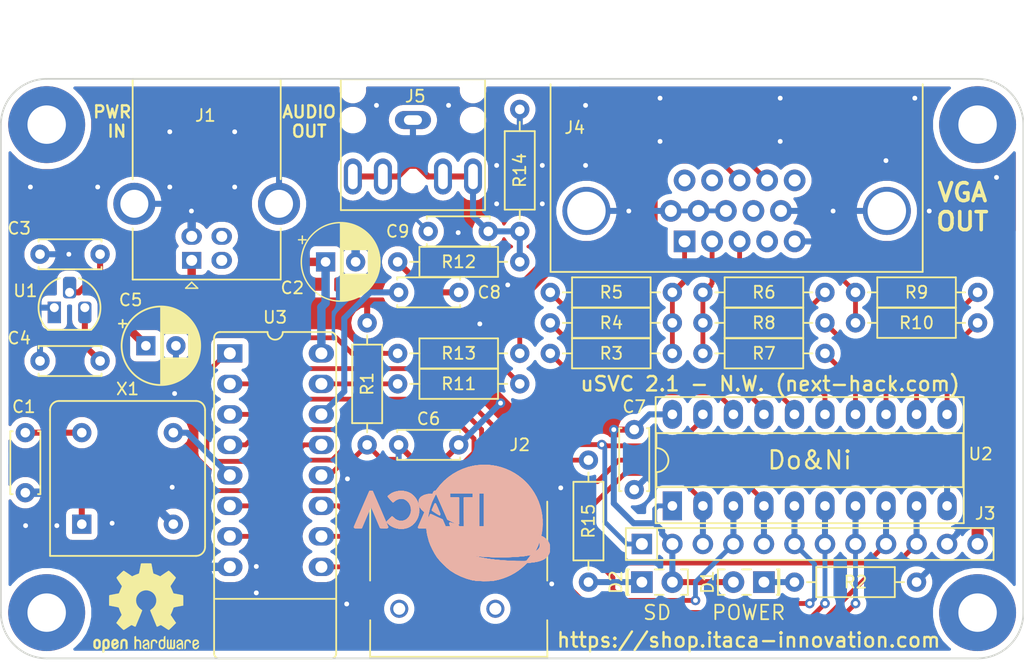
<source format=kicad_pcb>
(kicad_pcb (version 20171130) (host pcbnew "(5.0.2)-1")
  (layers (0 F.Cu signal) (31 B.Cu signal) (34 B.Paste user) (35 F.Paste user) (36 B.SilkS user) (37 F.SilkS user) (38 B.Mask user) (39 F.Mask user) (44 Edge.Cuts user))
  (net 0 "")
  (net 1 /R0)
  (net 2 /HSYNC)
  (net 3 /DISABLE)
  (net 4 /SDCS)
  (net 5 "Net-(U3-Pad5)")
  (net 6 /R2)
  (net 7 /R1)
  (net 8 GND)
  (net 9 /G0)
  (net 10 /G1)
  (net 11 /G2)
  (net 12 /B1)
  (net 13 /VDAC)
  (net 14 /VSYNC)
  (net 15 +5V)
  (net 16 "Net-(C9-Pad2)")
  (net 17 +3V3)
  (net 18 /R)
  (net 19 /G)
  (net 20 /B)
  (net 21 "Net-(J4-Pad13)")
  (net 22 "Net-(J4-Pad14)")
  (net 23 /bR2)
  (net 24 /bB1)
  (net 25 /bG0)
  (net 26 /bG1)
  (net 27 /bG2)
  (net 28 /bR0)
  (net 29 /bR1)
  (net 30 /bB0)
  (net 31 "Net-(C8-Pad1)")
  (net 32 "Net-(D1-Pad1)")
  (net 33 /B0)
  (net 34 "Net-(D2-Pad1)")
  (module uChipProjects:DSUB-15-HD_Female_Horizontal_P2.29x2.54mm_EdgePinOffset8.55mm_Housed_MountingHolesOffset11.00mm-Pads1.8mm (layer F.Cu) (at 153.806 40.725 180)
    (fp_text reference J4 (at 9.144 9.471) (layer F.SilkS))
    (fp_text value DB15_Female_HighDensity_MountingHoles)
    (pad 0 thru_hole circle (at 8.17 2.54 180) (size 4 4) (drill 3.2) (layers *.Cu *.Mask) (net 8 GND))
    (pad 0 thru_hole circle (at -16.83 2.54 180) (size 4 4) (drill 3.2) (layers *.Cu *.Mask) (net 8 GND))
    (pad 15 thru_hole circle (at -9.16 5.08 180) (size 1.8 1.8) (drill 1) (layers *.Cu *.Mask))
    (pad 14 thru_hole circle (at -6.87 5.08 180) (size 1.8 1.8) (drill 1) (layers *.Cu *.Mask) (net 22 "Net-(J4-Pad14)"))
    (pad 13 thru_hole circle (at -4.58 5.08 180) (size 1.8 1.8) (drill 1) (layers *.Cu *.Mask) (net 21 "Net-(J4-Pad13)"))
    (pad 12 thru_hole circle (at -2.29 5.08 180) (size 1.8 1.8) (drill 1) (layers *.Cu *.Mask))
    (pad 11 thru_hole circle (at 0 5.08 180) (size 1.8 1.8) (drill 1) (layers *.Cu *.Mask))
    (pad 10 thru_hole circle (at -8.02 2.54 180) (size 1.8 1.8) (drill 1) (layers *.Cu *.Mask) (net 8 GND))
    (pad 9 thru_hole circle (at -5.73 2.54 180) (size 1.8 1.8) (drill 1) (layers *.Cu *.Mask))
    (pad 8 thru_hole circle (at -3.44 2.54 180) (size 1.8 1.8) (drill 1) (layers *.Cu *.Mask) (net 8 GND))
    (pad 7 thru_hole circle (at -1.15 2.54 180) (size 1.8 1.8) (drill 1) (layers *.Cu *.Mask) (net 8 GND))
    (pad 6 thru_hole circle (at 1.14 2.54 180) (size 1.8 1.8) (drill 1) (layers *.Cu *.Mask) (net 8 GND))
    (pad 5 thru_hole circle (at -9.16 0 180) (size 1.8 1.8) (drill 1) (layers *.Cu *.Mask) (net 8 GND))
    (pad 4 thru_hole circle (at -6.87 0 180) (size 1.8 1.8) (drill 1) (layers *.Cu *.Mask))
    (pad 3 thru_hole circle (at -4.58 0 180) (size 1.8 1.8) (drill 1) (layers *.Cu *.Mask) (net 20 /B))
    (pad 2 thru_hole circle (at -2.29 0 180) (size 1.8 1.8) (drill 1) (layers *.Cu *.Mask) (net 19 /G))
    (pad 1 thru_hole rect (at 0 0 180) (size 1.8 1.8) (drill 1) (layers *.Cu *.Mask) (net 18 /R))
  )
  (module uChipProjects:uChip1V5_LargePads (layer F.Cu) (at 115.96 50.05 90)
    (fp_text reference U3 (at 2.413 2.667) (layer F.SilkS) (effects (justify left bottom)))
    (fp_text value uChip1V5_LargePads hide)
    (pad 16 thru_hole oval (at 0 7.62 90) (size 1.524 2.1) (drill 1) (layers *.Cu *.Mask) (net 15 +5V))
    (pad 15 thru_hole oval (at -2.54 7.62 90) (size 1.524 2.1) (drill 1) (layers *.Cu *.Mask) (net 14 /VSYNC))
    (pad 14 thru_hole oval (at -5.08 7.62 90) (size 1.524 2.1) (drill 1) (layers *.Cu *.Mask) (net 13 /VDAC))
    (pad 13 thru_hole oval (at -7.62 7.62 90) (size 1.524 2.1) (drill 1) (layers *.Cu *.Mask) (net 9 /G0))
    (pad 12 thru_hole oval (at -10.16 7.62 90) (size 1.524 2.1) (drill 1) (layers *.Cu *.Mask) (net 12 /B1))
    (pad 11 thru_hole oval (at -12.7 7.62 90) (size 1.524 2.1) (drill 1) (layers *.Cu *.Mask) (net 11 /G2))
    (pad 10 thru_hole oval (at -15.24 7.62 90) (size 1.524 2.1) (drill 1) (layers *.Cu *.Mask) (net 10 /G1))
    (pad 9 thru_hole oval (at -17.78 7.62 90) (size 1.524 2.1) (drill 1) (layers *.Cu *.Mask) (net 33 /B0))
    (pad 8 thru_hole oval (at -17.78 0 90) (size 1.524 2.1) (drill 1) (layers *.Cu *.Mask) (net 8 GND))
    (pad 7 thru_hole oval (at -15.24 0 90) (size 1.524 2.1) (drill 1) (layers *.Cu *.Mask) (net 7 /R1))
    (pad 6 thru_hole oval (at -12.7 0 90) (size 1.524 2.1) (drill 1) (layers *.Cu *.Mask) (net 6 /R2))
    (pad 5 thru_hole oval (at -10.16 0 90) (size 1.524 2.1) (drill 1) (layers *.Cu *.Mask) (net 5 "Net-(U3-Pad5)"))
    (pad 4 thru_hole oval (at -7.62 0 90) (size 1.524 2.1) (drill 1) (layers *.Cu *.Mask) (net 4 /SDCS))
    (pad 3 thru_hole oval (at -5.08 0 90) (size 1.524 2.1) (drill 1) (layers *.Cu *.Mask) (net 3 /DISABLE))
    (pad 2 thru_hole oval (at -2.54 0 90) (size 1.524 2.1) (drill 1) (layers *.Cu *.Mask) (net 2 /HSYNC))
    (pad 1 thru_hole rect (at 0 0 90) (size 1.524 2.1) (drill 1) (layers *.Cu *.Mask) (net 1 /R0))
  )
  (module uChipProjects:HYC77TF09200 (layer F.Cu) (at 135.01 67.195)
    (fp_text reference J2 (at 5.08 -9.525) (layer F.SilkS))
    (fp_text value Micro_SD_CardDet hide)
    (pad MP4 smd rect (at 6.85 -5.875 90) (size 1.5 1.6) (layers F.Cu F.Paste F.Mask) (net 8 GND))
    (pad MP3 smd rect (at 7.75 3.725) (size 1.2 2.2) (layers F.Cu F.Paste F.Mask) (net 8 GND))
    (pad MP2 smd rect (at -7.75 3.725) (size 1.2 2.2) (layers F.Cu F.Paste F.Mask) (net 8 GND))
    (pad MP1 smd rect (at -7.75 -6.325) (size 1 1.5) (drill (offset 0 0.2)) (layers F.Cu F.Paste F.Mask) (net 8 GND))
    (pad MH2 thru_hole circle (at 3.05 4.125) (size 1.5 1.5) (drill 1) (layers *.Cu *.Mask))
    (pad MH1 thru_hole circle (at -4.95 4.125) (size 1.5 1.5) (drill 1) (layers *.Cu *.Mask))
    (pad 9 smd rect (at -6.55 -6.875) (size 0.7 1.6) (layers F.Cu F.Paste F.Mask))
    (pad 8 smd rect (at -5.45 -6.875) (size 0.7 1.6) (layers F.Cu F.Paste F.Mask))
    (pad 7 smd rect (at -4.35 -6.875) (size 0.7 1.6) (layers F.Cu F.Paste F.Mask) (net 12 /B1))
    (pad 6 smd rect (at -3.25 -6.875) (size 0.7 1.6) (layers F.Cu F.Paste F.Mask) (net 8 GND))
    (pad 5 smd rect (at -2.15 -6.875) (size 0.7 1.6) (layers F.Cu F.Paste F.Mask) (net 6 /R2))
    (pad 4 smd rect (at -1.05 -6.875) (size 0.7 1.6) (layers F.Cu F.Paste F.Mask) (net 17 +3V3))
    (pad 3 smd rect (at 0.05 -6.875) (size 0.7 1.6) (layers F.Cu F.Paste F.Mask) (net 1 /R0))
    (pad 2 smd rect (at 1.15 -6.875) (size 0.7 1.6) (layers F.Cu F.Paste F.Mask) (net 4 /SDCS))
    (pad 1 smd rect (at 2.25 -6.875) (size 0.7 1.6) (layers F.Cu F.Paste F.Mask))
  )
  (module uChipProjects:LED_Rectangular_W5.0mm_H2.0mm (layer F.Cu) (at 160.41 69.1 180)
    (fp_text reference D1 (at 4.699 0 270) (layer F.SilkS))
    (fp_text value LED)
    (pad 1 thru_hole rect (at 0 0 180) (size 1.8 1.8) (drill 0.9) (layers *.Cu *.Mask) (net 32 "Net-(D1-Pad1)"))
    (pad 2 thru_hole circle (at 2.54 0 180) (size 1.8 1.8) (drill 0.9) (layers *.Cu *.Mask) (net 17 +3V3))
  )
  (module uChipProjects:LED_Rectangular_W5.0mm_H2.0mm (layer F.Cu) (at 150.25 69.1)
    (fp_text reference D2 (at -2.159 0 90) (layer F.SilkS))
    (fp_text value LED)
    (pad 1 thru_hole rect (at 0 0) (size 1.8 1.8) (drill 0.9) (layers *.Cu *.Mask) (net 34 "Net-(D2-Pad1)"))
    (pad 2 thru_hole circle (at 2.54 0) (size 1.8 1.8) (drill 0.9) (layers *.Cu *.Mask) (net 17 +3V3))
  )
  (module uChipProjects:PinHeader_1x12_P2.54mm_Vertical (layer F.Cu) (at 150.25 65.925 90)
    (fp_text reference J3 (at 2.54 28.575 180) (layer F.SilkS))
    (fp_text value Conn_01x12)
    (pad 12 thru_hole oval (at 0 27.94 90) (size 1.7 1.7) (drill 1) (layers *.Cu *.Mask) (net 15 +5V))
    (pad 11 thru_hole oval (at 0 25.4 90) (size 1.7 1.7) (drill 1) (layers *.Cu *.Mask) (net 8 GND))
    (pad 10 thru_hole oval (at 0 22.86 90) (size 1.7 1.7) (drill 1) (layers *.Cu *.Mask) (net 33 /B0))
    (pad 9 thru_hole oval (at 0 20.32 90) (size 1.7 1.7) (drill 1) (layers *.Cu *.Mask) (net 12 /B1))
    (pad 8 thru_hole oval (at 0 17.78 90) (size 1.7 1.7) (drill 1) (layers *.Cu *.Mask) (net 9 /G0))
    (pad 7 thru_hole oval (at 0 15.24 90) (size 1.7 1.7) (drill 1) (layers *.Cu *.Mask) (net 10 /G1))
    (pad 6 thru_hole oval (at 0 12.7 90) (size 1.7 1.7) (drill 1) (layers *.Cu *.Mask) (net 11 /G2))
    (pad 5 thru_hole oval (at 0 10.16 90) (size 1.7 1.7) (drill 1) (layers *.Cu *.Mask) (net 1 /R0))
    (pad 4 thru_hole oval (at 0 7.62 90) (size 1.7 1.7) (drill 1) (layers *.Cu *.Mask) (net 7 /R1))
    (pad 3 thru_hole oval (at 0 5.08 90) (size 1.7 1.7) (drill 1) (layers *.Cu *.Mask) (net 6 /R2))
    (pad 2 thru_hole oval (at 0 2.54 90) (size 1.7 1.7) (drill 1) (layers *.Cu *.Mask) (net 17 +3V3))
    (pad 1 thru_hole rect (at 0 0 90) (size 1.7 1.7) (drill 1) (layers *.Cu *.Mask) (net 3 /DISABLE))
  )
  (module uChipProjects:Oscillator_DIP-8 (layer F.Cu) (at 103.641 64.274)
    (fp_text reference X1 (at 3.81 -11.26) (layer F.SilkS))
    (fp_text value CXO_DIP8)
    (pad 4 thru_hole circle (at 7.62 0) (size 1.6 1.6) (drill 0.8) (layers *.Cu *.Mask) (net 8 GND))
    (pad 5 thru_hole circle (at 7.62 -7.62) (size 1.6 1.6) (drill 0.8) (layers *.Cu *.Mask) (net 5 "Net-(U3-Pad5)"))
    (pad 8 thru_hole circle (at 0 -7.62) (size 1.6 1.6) (drill 0.8) (layers *.Cu *.Mask) (net 17 +3V3))
    (pad 1 thru_hole rect (at 0 0) (size 1.6 1.6) (drill 0.8) (layers *.Cu *.Mask) (net 17 +3V3))
  )
  (module uChipProjects:CP_Radial_D6.3mm_P2.50mm (layer F.Cu) (at 108.975 49.415)
    (fp_text reference C5 (at -1.27 -3.81) (layer F.SilkS))
    (fp_text value 100u)
    (pad 1 thru_hole rect (at 0 0) (size 1.6 1.6) (drill 0.8) (layers *.Cu *.Mask) (net 17 +3V3))
    (pad 2 thru_hole circle (at 2.5 0) (size 1.6 1.6) (drill 0.8) (layers *.Cu *.Mask) (net 8 GND))
  )
  (module uChipProjects:TO-92L_HandSolder (layer F.Cu) (at 101.355 46.24)
    (fp_text reference U1 (at -2.413 -1.397) (layer F.SilkS))
    (fp_text value MCP1700-3302E-TO)
    (pad 1 thru_hole rect (at 0 0) (size 1.1 1.8) (drill 0.75 (offset 0 0.4)) (layers *.Cu *.Mask) (net 8 GND))
    (pad 3 thru_hole roundrect (at 2.54 0) (size 1.1 1.8) (drill 0.75 (offset 0 0.4)) (layers *.Cu *.Mask) (net 17 +3V3))
    (pad 2 thru_hole roundrect (at 1.27 -1.27) (size 1.1 1.8) (drill 0.75 (offset 0 -0.4)) (layers *.Cu *.Mask) (net 15 +5V))
  )
  (module uChipProjects:R_Axial_DIN0207_L6.3mm_D2.5mm_P10.16mm_Horizontal (layer F.Cu) (at 145.805 58.94 270)
    (fp_text reference R15 (at 5.08 0 270) (layer F.SilkS))
    (fp_text value 390)
    (pad 1 thru_hole circle (at 0 0 270) (size 1.6 1.6) (drill 0.8) (layers *.Cu *.Mask) (net 4 /SDCS))
    (pad 2 thru_hole oval (at 10.16 0 270) (size 1.6 1.6) (drill 0.8) (layers *.Cu *.Mask) (net 34 "Net-(D2-Pad1)"))
  )
  (module uChipProjects:R_Axial_DIN0207_L6.3mm_D2.5mm_P10.16mm_Horizontal (layer F.Cu) (at 173.11 69.1 180)
    (fp_text reference R2 (at 5.08 0 180) (layer F.SilkS))
    (fp_text value 390)
    (pad 1 thru_hole circle (at 0 0 180) (size 1.6 1.6) (drill 0.8) (layers *.Cu *.Mask) (net 8 GND))
    (pad 2 thru_hole oval (at 10.16 0 180) (size 1.6 1.6) (drill 0.8) (layers *.Cu *.Mask) (net 32 "Net-(D1-Pad1)"))
  )
  (module uChipProjects:R_Axial_DIN0207_L6.3mm_D2.5mm_P10.16mm_Horizontal (layer F.Cu) (at 140.09 29.73 270)
    (fp_text reference R14 (at 5.08 0 270) (layer F.SilkS))
    (fp_text value 10k)
    (pad 1 thru_hole circle (at 0 0 270) (size 1.6 1.6) (drill 0.8) (layers *.Cu *.Mask) (net 8 GND))
    (pad 2 thru_hole oval (at 10.16 0 270) (size 1.6 1.6) (drill 0.8) (layers *.Cu *.Mask) (net 16 "Net-(C9-Pad2)"))
  )
  (module uChipProjects:R_Axial_DIN0207_L6.3mm_D2.5mm_P10.16mm_Horizontal (layer F.Cu) (at 140.09 50.05 180)
    (fp_text reference R13 (at 5.08 0 180) (layer F.SilkS))
    (fp_text value 22)
    (pad 1 thru_hole circle (at 0 0 180) (size 1.6 1.6) (drill 0.8) (layers *.Cu *.Mask) (net 21 "Net-(J4-Pad13)"))
    (pad 2 thru_hole oval (at 10.16 0 180) (size 1.6 1.6) (drill 0.8) (layers *.Cu *.Mask) (net 2 /HSYNC))
  )
  (module uChipProjects:R_Axial_DIN0207_L6.3mm_D2.5mm_P10.16mm_Horizontal (layer F.Cu) (at 140.09 42.43 180)
    (fp_text reference R12 (at 5.08 0 180) (layer F.SilkS))
    (fp_text value 1k)
    (pad 1 thru_hole circle (at 0 0 180) (size 1.6 1.6) (drill 0.8) (layers *.Cu *.Mask) (net 16 "Net-(C9-Pad2)"))
    (pad 2 thru_hole oval (at 10.16 0 180) (size 1.6 1.6) (drill 0.8) (layers *.Cu *.Mask) (net 31 "Net-(C8-Pad1)"))
  )
  (module uChipProjects:R_Axial_DIN0207_L6.3mm_D2.5mm_P10.16mm_Horizontal (layer F.Cu) (at 140.09 52.59 180)
    (fp_text reference R11 (at 5.08 0 180) (layer F.SilkS))
    (fp_text value 22)
    (pad 1 thru_hole circle (at 0 0 180) (size 1.6 1.6) (drill 0.8) (layers *.Cu *.Mask) (net 22 "Net-(J4-Pad14)"))
    (pad 2 thru_hole oval (at 10.16 0 180) (size 1.6 1.6) (drill 0.8) (layers *.Cu *.Mask) (net 14 /VSYNC))
  )
  (module uChipProjects:R_Axial_DIN0207_L6.3mm_D2.5mm_P10.16mm_Horizontal (layer F.Cu) (at 168.03 47.51)
    (fp_text reference R10 (at 5.08 0) (layer F.SilkS))
    (fp_text value 820)
    (pad 1 thru_hole circle (at 0 0) (size 1.6 1.6) (drill 0.8) (layers *.Cu *.Mask) (net 20 /B))
    (pad 2 thru_hole oval (at 10.16 0) (size 1.6 1.6) (drill 0.8) (layers *.Cu *.Mask) (net 30 /bB0))
  )
  (module uChipProjects:R_Axial_DIN0207_L6.3mm_D2.5mm_P10.16mm_Horizontal (layer F.Cu) (at 127.39 57.67 90)
    (fp_text reference R1 (at 5.08 0 90) (layer F.SilkS))
    (fp_text value 10k)
    (pad 1 thru_hole circle (at 0 0 90) (size 1.6 1.6) (drill 0.8) (layers *.Cu *.Mask) (net 12 /B1))
    (pad 2 thru_hole oval (at 10.16 0 90) (size 1.6 1.6) (drill 0.8) (layers *.Cu *.Mask) (net 17 +3V3))
  )
  (module uChipProjects:R_Axial_DIN0207_L6.3mm_D2.5mm_P10.16mm_Horizontal (layer F.Cu) (at 152.79 47.51 180)
    (fp_text reference R4 (at 5.08 0 180) (layer F.SilkS))
    (fp_text value 1k)
    (pad 1 thru_hole circle (at 0 0 180) (size 1.6 1.6) (drill 0.8) (layers *.Cu *.Mask) (net 18 /R))
    (pad 2 thru_hole oval (at 10.16 0 180) (size 1.6 1.6) (drill 0.8) (layers *.Cu *.Mask) (net 29 /bR1))
  )
  (module uChipProjects:R_Axial_DIN0207_L6.3mm_D2.5mm_P10.16mm_Horizontal (layer F.Cu) (at 152.79 44.97 180)
    (fp_text reference R5 (at 5.08 0 180) (layer F.SilkS))
    (fp_text value 2k2)
    (pad 1 thru_hole circle (at 0 0 180) (size 1.6 1.6) (drill 0.8) (layers *.Cu *.Mask) (net 18 /R))
    (pad 2 thru_hole oval (at 10.16 0 180) (size 1.6 1.6) (drill 0.8) (layers *.Cu *.Mask) (net 28 /bR0))
  )
  (module uChipProjects:R_Axial_DIN0207_L6.3mm_D2.5mm_P10.16mm_Horizontal (layer F.Cu) (at 155.33 44.97)
    (fp_text reference R6 (at 5.08 0) (layer F.SilkS))
    (fp_text value 470)
    (pad 1 thru_hole circle (at 0 0) (size 1.6 1.6) (drill 0.8) (layers *.Cu *.Mask) (net 19 /G))
    (pad 2 thru_hole oval (at 10.16 0) (size 1.6 1.6) (drill 0.8) (layers *.Cu *.Mask) (net 27 /bG2))
  )
  (module uChipProjects:R_Axial_DIN0207_L6.3mm_D2.5mm_P10.16mm_Horizontal (layer F.Cu) (at 155.33 50.05)
    (fp_text reference R7 (at 5.08 0) (layer F.SilkS))
    (fp_text value 1k)
    (pad 1 thru_hole circle (at 0 0) (size 1.6 1.6) (drill 0.8) (layers *.Cu *.Mask) (net 19 /G))
    (pad 2 thru_hole oval (at 10.16 0) (size 1.6 1.6) (drill 0.8) (layers *.Cu *.Mask) (net 26 /bG1))
  )
  (module uChipProjects:R_Axial_DIN0207_L6.3mm_D2.5mm_P10.16mm_Horizontal (layer F.Cu) (at 155.33 47.51)
    (fp_text reference R8 (at 5.08 0) (layer F.SilkS))
    (fp_text value 2k2)
    (pad 1 thru_hole circle (at 0 0) (size 1.6 1.6) (drill 0.8) (layers *.Cu *.Mask) (net 19 /G))
    (pad 2 thru_hole oval (at 10.16 0) (size 1.6 1.6) (drill 0.8) (layers *.Cu *.Mask) (net 25 /bG0))
  )
  (module uChipProjects:R_Axial_DIN0207_L6.3mm_D2.5mm_P10.16mm_Horizontal (layer F.Cu) (at 168.03 44.97)
    (fp_text reference R9 (at 5.08 0) (layer F.SilkS))
    (fp_text value 390)
    (pad 1 thru_hole circle (at 0 0) (size 1.6 1.6) (drill 0.8) (layers *.Cu *.Mask) (net 20 /B))
    (pad 2 thru_hole oval (at 10.16 0) (size 1.6 1.6) (drill 0.8) (layers *.Cu *.Mask) (net 24 /bB1))
  )
  (module uChipProjects:R_Axial_DIN0207_L6.3mm_D2.5mm_P10.16mm_Horizontal (layer F.Cu) (at 152.79 50.05 180)
    (fp_text reference R3 (at 5.08 0 180) (layer F.SilkS))
    (fp_text value 470)
    (pad 1 thru_hole circle (at 0 0 180) (size 1.6 1.6) (drill 0.8) (layers *.Cu *.Mask) (net 18 /R))
    (pad 2 thru_hole oval (at 10.16 0 180) (size 1.6 1.6) (drill 0.8) (layers *.Cu *.Mask) (net 23 /bR2))
  )
  (module uChipProjects:DIP-20_W7.62mm_Socket_LongPads (layer F.Cu) (at 152.79 62.75 90)
    (fp_text reference U2 (at 4.318 25.654) (layer F.SilkS))
    (fp_text value 74AHC245)
    (pad 20 thru_hole oval (at 7.62 0 90) (size 2.4 1.6) (drill 0.8) (layers *.Cu *.Mask) (net 17 +3V3))
    (pad 10 thru_hole oval (at 0 22.86 90) (size 2.4 1.6) (drill 0.8) (layers *.Cu *.Mask) (net 8 GND))
    (pad 19 thru_hole oval (at 7.62 2.54 90) (size 2.4 1.6) (drill 0.8) (layers *.Cu *.Mask) (net 3 /DISABLE))
    (pad 9 thru_hole oval (at 0 20.32 90) (size 2.4 1.6) (drill 0.8) (layers *.Cu *.Mask) (net 33 /B0))
    (pad 18 thru_hole oval (at 7.62 5.08 90) (size 2.4 1.6) (drill 0.8) (layers *.Cu *.Mask) (net 23 /bR2))
    (pad 8 thru_hole oval (at 0 17.78 90) (size 2.4 1.6) (drill 0.8) (layers *.Cu *.Mask) (net 12 /B1))
    (pad 17 thru_hole oval (at 7.62 7.62 90) (size 2.4 1.6) (drill 0.8) (layers *.Cu *.Mask) (net 29 /bR1))
    (pad 7 thru_hole oval (at 0 15.24 90) (size 2.4 1.6) (drill 0.8) (layers *.Cu *.Mask) (net 9 /G0))
    (pad 16 thru_hole oval (at 7.62 10.16 90) (size 2.4 1.6) (drill 0.8) (layers *.Cu *.Mask) (net 28 /bR0))
    (pad 6 thru_hole oval (at 0 12.7 90) (size 2.4 1.6) (drill 0.8) (layers *.Cu *.Mask) (net 10 /G1))
    (pad 15 thru_hole oval (at 7.62 12.7 90) (size 2.4 1.6) (drill 0.8) (layers *.Cu *.Mask) (net 27 /bG2))
    (pad 5 thru_hole oval (at 0 10.16 90) (size 2.4 1.6) (drill 0.8) (layers *.Cu *.Mask) (net 11 /G2))
    (pad 14 thru_hole oval (at 7.62 15.24 90) (size 2.4 1.6) (drill 0.8) (layers *.Cu *.Mask) (net 26 /bG1))
    (pad 4 thru_hole oval (at 0 7.62 90) (size 2.4 1.6) (drill 0.8) (layers *.Cu *.Mask) (net 1 /R0))
    (pad 13 thru_hole oval (at 7.62 17.78 90) (size 2.4 1.6) (drill 0.8) (layers *.Cu *.Mask) (net 25 /bG0))
    (pad 3 thru_hole oval (at 0 5.08 90) (size 2.4 1.6) (drill 0.8) (layers *.Cu *.Mask) (net 7 /R1))
    (pad 12 thru_hole oval (at 7.62 20.32 90) (size 2.4 1.6) (drill 0.8) (layers *.Cu *.Mask) (net 24 /bB1))
    (pad 2 thru_hole oval (at 0 2.54 90) (size 2.4 1.6) (drill 0.8) (layers *.Cu *.Mask) (net 6 /R2))
    (pad 11 thru_hole oval (at 7.62 22.86 90) (size 2.4 1.6) (drill 0.8) (layers *.Cu *.Mask) (net 30 /bB0))
    (pad 1 thru_hole rect (at 0 0 90) (size 2.4 1.6) (drill 0.8) (layers *.Cu *.Mask) (net 17 +3V3))
  )
  (module uChipProjects:C_Disc_D5.0mm_W2.5mm_P5.00mm (layer F.Cu) (at 135.01 57.67 180)
    (fp_text reference C6 (at 2.51 2.17 180) (layer F.SilkS))
    (fp_text value 1u)
    (pad 1 thru_hole circle (at 0 0 180) (size 1.6 1.6) (drill 0.8) (layers *.Cu *.Mask) (net 17 +3V3))
    (pad 2 thru_hole circle (at 5 0 180) (size 1.6 1.6) (drill 0.8) (layers *.Cu *.Mask) (net 8 GND))
  )
  (module uChipProjects:C_Disc_D5.0mm_W2.5mm_P5.00mm (layer F.Cu) (at 132.47 39.89)
    (fp_text reference C9 (at -2.54 0) (layer F.SilkS))
    (fp_text value 22n)
    (pad 1 thru_hole circle (at 0 0) (size 1.6 1.6) (drill 0.8) (layers *.Cu *.Mask) (net 8 GND))
    (pad 2 thru_hole circle (at 5 0) (size 1.6 1.6) (drill 0.8) (layers *.Cu *.Mask) (net 16 "Net-(C9-Pad2)"))
  )
  (module uChipProjects:C_Disc_D5.0mm_W2.5mm_P5.00mm (layer F.Cu) (at 98.942 56.654 270)
    (fp_text reference C1 (at -2.159 0.127 180) (layer F.SilkS))
    (fp_text value 1u)
    (pad 1 thru_hole circle (at 0 0 270) (size 1.6 1.6) (drill 0.8) (layers *.Cu *.Mask) (net 17 +3V3))
    (pad 2 thru_hole circle (at 5 0 270) (size 1.6 1.6) (drill 0.8) (layers *.Cu *.Mask) (net 8 GND))
  )
  (module uChipProjects:C_Disc_D5.0mm_W2.5mm_P5.00mm (layer F.Cu) (at 135.01 44.97 180)
    (fp_text reference C8 (at -2.54 0 180) (layer F.SilkS))
    (fp_text value 1u)
    (pad 1 thru_hole circle (at 0 0 180) (size 1.6 1.6) (drill 0.8) (layers *.Cu *.Mask) (net 31 "Net-(C8-Pad1)"))
    (pad 2 thru_hole circle (at 5 0 180) (size 1.6 1.6) (drill 0.8) (layers *.Cu *.Mask) (net 13 /VDAC))
  )
  (module uChipProjects:C_Disc_D5.0mm_W2.5mm_P5.00mm (layer F.Cu) (at 149.615 56.4 270)
    (fp_text reference C7 (at -1.905 0 180) (layer F.SilkS))
    (fp_text value 1u)
    (pad 1 thru_hole circle (at 0 0 270) (size 1.6 1.6) (drill 0.8) (layers *.Cu *.Mask) (net 17 +3V3))
    (pad 2 thru_hole circle (at 5 0 270) (size 1.6 1.6) (drill 0.8) (layers *.Cu *.Mask) (net 8 GND))
  )
  (module uChipProjects:C_Disc_D5.0mm_W2.5mm_P5.00mm (layer F.Cu) (at 105.165 50.685 180)
    (fp_text reference C4 (at 6.731 1.905 180) (layer F.SilkS))
    (fp_text value 1u)
    (pad 1 thru_hole circle (at 0 0 180) (size 1.6 1.6) (drill 0.8) (layers *.Cu *.Mask) (net 17 +3V3))
    (pad 2 thru_hole circle (at 5 0 180) (size 1.6 1.6) (drill 0.8) (layers *.Cu *.Mask) (net 8 GND))
  )
  (module uChipProjects:C_Disc_D5.0mm_W2.5mm_P5.00mm (layer F.Cu) (at 105.165 41.795 180)
    (fp_text reference C3 (at 6.731 2.159 180) (layer F.SilkS))
    (fp_text value 1u)
    (pad 1 thru_hole circle (at 0 0 180) (size 1.6 1.6) (drill 0.8) (layers *.Cu *.Mask) (net 15 +5V))
    (pad 2 thru_hole circle (at 5 0 180) (size 1.6 1.6) (drill 0.8) (layers *.Cu *.Mask) (net 8 GND))
  )
  (module uChipProjects:USB_B_OST_USB-B1HSxx_Horizontal (layer F.Cu) (at 112.785 42.303 90)
    (fp_text reference J1 (at 12.065 1.143 180) (layer F.SilkS))
    (fp_text value USB_B)
    (pad 5 thru_hole circle (at 4.71 7.27 90) (size 3.5 3.5) (drill 2.33) (layers *.Cu *.Mask) (net 8 GND))
    (pad 5 thru_hole circle (at 4.71 -4.77 90) (size 3.5 3.5) (drill 2.33) (layers *.Cu *.Mask) (net 8 GND))
    (pad 4 thru_hole oval (at 2 0 90) (size 1.4 1.7) (drill 0.92) (layers *.Cu *.Mask) (net 8 GND))
    (pad 3 thru_hole oval (at 2 2.5 90) (size 1.4 1.7) (drill 0.92) (layers *.Cu *.Mask))
    (pad 2 thru_hole oval (at 0 2.5 90) (size 1.4 1.7) (drill 0.92) (layers *.Cu *.Mask))
    (pad 1 thru_hole rect (at 0 0 90) (size 1.4 1.6) (drill 0.92) (layers *.Cu *.Mask) (net 15 +5V))
  )
  (module uChipProjects:SJ-3525NG (layer F.Cu) (at 131.2 30.619 270)
    (fp_text reference J5 (at -1.397 0.762) (layer F.SilkS) (effects (justify left bottom)))
    (fp_text value JACKAUDIO35 hide)
    (pad "" np_thru_hole circle (at -2.5 -5 270) (size 1.2 1.2) (drill 1.2) (layers *.Cu *.Mask))
    (pad "" np_thru_hole circle (at 0 5 270) (size 1.2 1.2) (drill 1.2) (layers *.Cu *.Mask))
    (pad "" np_thru_hole circle (at -2.5 5 270) (size 1.2 1.2) (drill 1.2) (layers *.Cu *.Mask))
    (pad "" np_thru_hole circle (at 5 0 270) (size 1.2 1.2) (drill 1.2) (layers *.Cu *.Mask))
    (pad "" np_thru_hole circle (at 0 -5 270) (size 1.2 1.2) (drill 1.2) (layers *.Cu *.Mask))
    (pad 1 thru_hole oval (at 0 0) (size 2.9972 1.4986) (drill oval 1.5 0.8) (layers *.Cu *.Mask) (net 8 GND))
    (pad 2 thru_hole oval (at 4.7 5 270) (size 2.9972 1.4986) (drill oval 2.1 0.8) (layers *.Cu *.Mask) (net 16 "Net-(C9-Pad2)"))
    (pad 3 thru_hole oval (at 4.7 -5 270) (size 2.9972 1.4986) (drill oval 2.1 0.8) (layers *.Cu *.Mask) (net 16 "Net-(C9-Pad2)"))
    (pad 4 thru_hole oval (at 4.7 2.5 270) (size 2.9972 1.4986) (drill oval 2.1 0.8) (layers *.Cu *.Mask) (net 16 "Net-(C9-Pad2)"))
    (pad 5 thru_hole oval (at 4.7 -2.5 270) (size 2.9972 1.4986) (drill oval 2.1 0.8) (layers *.Cu *.Mask) (net 16 "Net-(C9-Pad2)"))
  )
  (module MountingHole:MountingHole_3.2mm_M3_Pad (layer F.Cu) (at 178.19 71.64)
    (fp_text reference H4 (at 0 0) (layer F.SilkS))
    (fp_text value MountingHole)
    (pad 1 thru_hole circle (at 0 0) (size 6.4 6.4) (drill 3.2) (layers *.Cu *.Mask))
  )
  (module MountingHole:MountingHole_3.2mm_M3_Pad (layer F.Cu) (at 178.19 31)
    (fp_text reference H1 (at 0 0) (layer F.SilkS))
    (fp_text value MountingHole)
    (pad 1 thru_hole circle (at 0 0) (size 6.4 6.4) (drill 3.2) (layers *.Cu *.Mask))
  )
  (module MountingHole:MountingHole_3.2mm_M3_Pad (layer F.Cu) (at 100.72 31)
    (fp_text reference H2 (at 0 0) (layer F.SilkS))
    (fp_text value MountingHole)
    (pad 1 thru_hole circle (at 0 0) (size 6.4 6.4) (drill 3.2) (layers *.Cu *.Mask))
  )
  (module MountingHole:MountingHole_3.2mm_M3_Pad (layer F.Cu) (at 100.72 71.64)
    (fp_text reference H3 (at 0 0) (layer F.SilkS))
    (fp_text value MountingHole)
    (pad 1 thru_hole circle (at 0 0) (size 6.4 6.4) (drill 3.2) (layers *.Cu *.Mask))
  )
  (module uChipProjects:CP_Radial_D6.3mm_P2.50mm (layer F.Cu) (at 123.93 42.43)
    (fp_text reference C2 (at -2.765 2.165) (layer F.SilkS))
    (fp_text value 100u)
    (pad 1 thru_hole rect (at 0 0) (size 1.6 1.6) (drill 0.8) (layers *.Cu *.Mask) (net 15 +5V))
    (pad 2 thru_hole circle (at 2.5 0) (size 1.6 1.6) (drill 0.8) (layers *.Cu *.Mask) (net 8 GND))
  )
  (module uChipProjects:OSHW-Logo2_9.8x8mm_SilkScreen (layer F.Cu) (at 109 71.25)
    (fp_text reference LOGO1 hide)
    (fp_text value Logo_Open_Hardware_Large hide)
  )
  (module uChipProjects:LogoItaca (layer B.Cu) (at 136.28 63.385 180)
    (fp_text reference REF** hide)
    (fp_text value LogoItaca)
  )
  (gr_arc (start 178.19 71.64) (end 178.19 75.45) (angle -90) (layer Edge.Cuts) (width 0.15))
  (gr_arc (start 178.19 31) (end 182 31) (angle -90) (layer Edge.Cuts) (width 0.15))
  (gr_arc (start 100.72 71.64) (end 96.91 71.64) (angle -90) (layer Edge.Cuts) (width 0.15))
  (gr_arc (start 100.72 31) (end 100.72 27.19) (angle -90) (layer Edge.Cuts) (width 0.15))
  (gr_text "PWR \nIN" (at 106.562 30.746) (layer F.SilkS) (effects (font (size 1 1) (thickness 0.2))))
  (gr_text "AUDIO\nOUT" (at 122.564 30.746) (layer F.SilkS) (effects (font (size 1 1) (thickness 0.2))))
  (gr_text "VGA\nOUT" (at 176.92 37.858) (layer F.SilkS) (effects (font (size 1.5 1.5) (thickness 0.3))))
  (gr_text "uSVC 2.1 - N.W. (next-hack.com)" (at 160.918 52.59) (layer F.SilkS) (effects (font (size 1.2 1.2) (thickness 0.2))))
  (gr_text https://shop.itaca-innovation.com (at 159.14 73.926) (layer F.SilkS) (effects (font (size 1.2 1.2) (thickness 0.2))))
  (gr_text SD (at 151.52 71.64) (layer F.SilkS) (effects (font (size 1.2 1.2))))
  (gr_text POWER (at 159.14 71.64) (layer F.SilkS) (effects (font (size 1.2 1.2))))
  (gr_text Do&Ni (at 164.22 58.94) (layer F.SilkS) (effects (font (size 1.5 1.5) (thickness 0.2))))
  (gr_line (start 96.91 71.64) (end 96.91 31) (layer Edge.Cuts) (width 0.15))
  (gr_line (start 178.19 75.45) (end 100.72 75.45) (layer Edge.Cuts) (width 0.15))
  (gr_line (start 100.72 27.19) (end 178.19 27.19) (layer Edge.Cuts) (width 0.15))
  (gr_line (start 182 31) (end 182 71.64) (layer Edge.Cuts) (width 0.15))
  (segment (start 160.41 62.75) (end 160.41 64.1532) (width 0.2032) (layer B.Cu) (net 1))
  (segment (start 160.41 65.925) (end 160.41 62.75) (width 0.5) (layer B.Cu) (net 1))
  (segment (start 135.06 61.52) (end 135.06 60.32) (width 0.4) (layer F.Cu) (net 1))
  (segment (start 138.185 62.115) (end 135.655 62.115) (width 0.4) (layer F.Cu) (net 1))
  (segment (start 140.344 59.956) (end 138.185 62.115) (width 0.4) (layer F.Cu) (net 1))
  (segment (start 144.154 59.956) (end 140.344 59.956) (width 0.4) (layer F.Cu) (net 1))
  (segment (start 160.41 62.35) (end 157 58.94) (width 0.4) (layer F.Cu) (net 1))
  (segment (start 160.41 62.75) (end 160.41 62.35) (width 0.4) (layer F.Cu) (net 1))
  (segment (start 148.345 58.94) (end 146.567 60.718) (width 0.4) (layer F.Cu) (net 1))
  (segment (start 157 58.94) (end 148.345 58.94) (width 0.4) (layer F.Cu) (net 1))
  (segment (start 146.567 60.718) (end 144.916 60.718) (width 0.4) (layer F.Cu) (net 1))
  (segment (start 135.655 62.115) (end 135.06 61.52) (width 0.4) (layer F.Cu) (net 1))
  (segment (start 144.916 60.718) (end 144.154 59.956) (width 0.4) (layer F.Cu) (net 1))
  (segment (start 115.672 50.05) (end 115.96 50.05) (width 0.4) (layer F.Cu) (net 1))
  (segment (start 114.055 58.305) (end 114.055 51.667) (width 0.4) (layer F.Cu) (net 1))
  (segment (start 114.79479 59.04479) (end 114.055 58.305) (width 0.4) (layer F.Cu) (net 1))
  (segment (start 121.04 56.4) (end 118.39521 59.04479) (width 0.4) (layer F.Cu) (net 1))
  (segment (start 124.85 56.4) (end 121.04 56.4) (width 0.4) (layer F.Cu) (net 1))
  (segment (start 135.06 60.32) (end 135.06 59.525) (width 0.4) (layer F.Cu) (net 1))
  (segment (start 135.06 59.525) (end 136.28 58.305) (width 0.4) (layer F.Cu) (net 1))
  (segment (start 114.055 51.667) (end 115.672 50.05) (width 0.4) (layer F.Cu) (net 1))
  (segment (start 118.39521 59.04479) (end 114.79479 59.04479) (width 0.4) (layer F.Cu) (net 1))
  (segment (start 136.28 58.305) (end 136.28 57.159262) (width 0.4) (layer F.Cu) (net 1))
  (segment (start 136.28 57.159262) (end 134.290738 55.17) (width 0.4) (layer F.Cu) (net 1))
  (segment (start 134.290738 55.17) (end 126.08 55.17) (width 0.4) (layer F.Cu) (net 1))
  (segment (start 126.08 55.17) (end 124.85 56.4) (width 0.4) (layer F.Cu) (net 1))
  (segment (start 128.79863 50.05) (end 129.93 50.05) (width 0.4) (layer F.Cu) (net 2))
  (segment (start 126.12 50.05) (end 128.79863 50.05) (width 0.4) (layer F.Cu) (net 2))
  (segment (start 124.82 48.75) (end 126.12 50.05) (width 0.4) (layer F.Cu) (net 2))
  (segment (start 121.78 48.75) (end 124.82 48.75) (width 0.4) (layer F.Cu) (net 2))
  (segment (start 115.96 52.59) (end 117.94 52.59) (width 0.4) (layer F.Cu) (net 2))
  (segment (start 117.94 52.59) (end 121.78 48.75) (width 0.4) (layer F.Cu) (net 2))
  (via (at 146.915 57.65) (size 0.8) (drill 0.4) (layers F.Cu B.Cu) (net 3))
  (segment (start 153.19 57.67) (end 155.33 55.53) (width 0.2032) (layer F.Cu) (net 3))
  (segment (start 155.33 54.73) (end 155.33 55.13) (width 0.2032) (layer B.Cu) (net 3))
  (segment (start 146.915 57.65) (end 146.915 57.795) (width 0.2032) (layer B.Cu) (net 3))
  (segment (start 155.33 55.53) (end 155.33 55.13) (width 0.4) (layer F.Cu) (net 3))
  (segment (start 147.165 57.9) (end 146.915 57.65) (width 0.4) (layer B.Cu) (net 3))
  (segment (start 147.165 64.09) (end 147.165 57.9) (width 0.4) (layer B.Cu) (net 3))
  (segment (start 150.25 65.925) (end 149 65.925) (width 0.4) (layer B.Cu) (net 3))
  (segment (start 149 65.925) (end 147.165 64.09) (width 0.4) (layer B.Cu) (net 3))
  (segment (start 153.11 57.75) (end 153.49 57.37) (width 0.4) (layer F.Cu) (net 3))
  (segment (start 147.29 57.75) (end 153.11 57.75) (width 0.4) (layer F.Cu) (net 3))
  (segment (start 147.19 57.65) (end 147.29 57.75) (width 0.4) (layer F.Cu) (net 3))
  (segment (start 146.915 57.65) (end 147.19 57.65) (width 0.4) (layer F.Cu) (net 3))
  (segment (start 153.21 57.65) (end 153.49 57.37) (width 0.4) (layer F.Cu) (net 3))
  (segment (start 153.49 57.37) (end 155.33 55.53) (width 0.4) (layer F.Cu) (net 3))
  (segment (start 117.865 55.13) (end 115.96 55.13) (width 0.4) (layer F.Cu) (net 3))
  (segment (start 121.675 51.32) (end 117.865 55.13) (width 0.4) (layer F.Cu) (net 3))
  (segment (start 133.105 51.32) (end 121.675 51.32) (width 0.4) (layer F.Cu) (net 3))
  (segment (start 139.435 57.65) (end 133.105 51.32) (width 0.4) (layer F.Cu) (net 3))
  (segment (start 146.915 57.65) (end 139.435 57.65) (width 0.4) (layer F.Cu) (net 3))
  (segment (start 136.16 60.955) (end 136.16 59.855) (width 0.2032) (layer F.Cu) (net 4))
  (segment (start 117.27 57.67) (end 121.08 53.86) (width 0.4) (layer F.Cu) (net 4))
  (segment (start 115.96 57.67) (end 117.27 57.67) (width 0.4) (layer F.Cu) (net 4))
  (segment (start 134.375 53.86) (end 136.915 56.4) (width 0.4) (layer F.Cu) (net 4))
  (segment (start 121.08 53.86) (end 134.375 53.86) (width 0.4) (layer F.Cu) (net 4))
  (segment (start 136.915 58.94) (end 136.915 56.4) (width 0.4) (layer F.Cu) (net 4))
  (segment (start 136.16 59.3168) (end 136.5368 58.94) (width 0.4) (layer F.Cu) (net 4))
  (segment (start 136.16 60.32) (end 136.16 59.3168) (width 0.4) (layer F.Cu) (net 4))
  (segment (start 136.5368 58.94) (end 136.915 58.94) (width 0.4) (layer F.Cu) (net 4))
  (segment (start 137.755762 58.94) (end 145.805 58.94) (width 0.4) (layer F.Cu) (net 4))
  (segment (start 136.915 58.94) (end 137.755762 58.94) (width 0.4) (layer F.Cu) (net 4))
  (segment (start 112.404 56.654) (end 115.96 60.21) (width 0.5) (layer B.Cu) (net 5))
  (segment (start 111.261 56.654) (end 112.404 56.654) (width 0.5) (layer B.Cu) (net 5))
  (segment (start 155.33 62.941358) (end 155.33 62.75) (width 0.2032) (layer F.Cu) (net 6))
  (segment (start 155.33 65.925) (end 155.33 62.75) (width 0.5) (layer B.Cu) (net 6))
  (segment (start 132.86 61.3232) (end 132.86 60.32) (width 0.4) (layer F.Cu) (net 6))
  (segment (start 155.33 62.75) (end 155.33 62.35) (width 0.4) (layer F.Cu) (net 6))
  (segment (start 155.33 62.35) (end 153.03 60.05) (width 0.4) (layer F.Cu) (net 6))
  (segment (start 153.03 60.05) (end 148.825 60.05) (width 0.4) (layer F.Cu) (net 6))
  (segment (start 148.825 60.05) (end 145.49 63.385) (width 0.4) (layer F.Cu) (net 6))
  (segment (start 145.49 63.385) (end 134.9218 63.385) (width 0.4) (layer F.Cu) (net 6))
  (segment (start 134.9218 63.385) (end 132.86 61.3232) (width 0.4) (layer F.Cu) (net 6))
  (segment (start 118.553191 62.696809) (end 118.553191 62.75) (width 0.4) (layer F.Cu) (net 6))
  (segment (start 118.553191 62.75) (end 115.96 62.75) (width 0.4) (layer F.Cu) (net 6))
  (segment (start 122.31 58.94) (end 118.553191 62.696809) (width 0.4) (layer F.Cu) (net 6))
  (segment (start 124.469 58.94) (end 122.31 58.94) (width 0.4) (layer F.Cu) (net 6))
  (segment (start 132.86 57.425) (end 131.605 56.17) (width 0.4) (layer F.Cu) (net 6))
  (segment (start 131.605 56.17) (end 126.35 56.17) (width 0.4) (layer F.Cu) (net 6))
  (segment (start 126.35 56.17) (end 125.485 57.035) (width 0.4) (layer F.Cu) (net 6))
  (segment (start 125.485 57.035) (end 125.485 57.924) (width 0.4) (layer F.Cu) (net 6))
  (segment (start 132.86 60.32) (end 132.86 57.425) (width 0.4) (layer F.Cu) (net 6))
  (segment (start 125.485 57.924) (end 124.469 58.94) (width 0.4) (layer F.Cu) (net 6))
  (segment (start 157.87 62.35) (end 157.87 62.75) (width 0.3) (layer F.Cu) (net 7))
  (segment (start 157.87 62.75) (end 157.87 63.15) (width 0.2032) (layer B.Cu) (net 7))
  (via (at 154.710894 70.624) (size 0.8) (drill 0.4) (layers F.Cu B.Cu) (net 7))
  (segment (start 157.87 65.925) (end 157.87 62.75) (width 0.5) (layer B.Cu) (net 7))
  (segment (start 154.710894 69.084106) (end 157.87 65.925) (width 0.4) (layer B.Cu) (net 7))
  (segment (start 154.710894 70.624) (end 148.726 70.624) (width 0.4) (layer F.Cu) (net 7))
  (segment (start 148.726 70.624) (end 147.837 69.735) (width 0.4) (layer F.Cu) (net 7))
  (segment (start 145.043 65.925) (end 131.835 65.925) (width 0.4) (layer F.Cu) (net 7))
  (segment (start 147.837 68.719) (end 145.043 65.925) (width 0.4) (layer F.Cu) (net 7))
  (segment (start 147.837 69.735) (end 147.837 68.719) (width 0.4) (layer F.Cu) (net 7))
  (segment (start 131.835 65.925) (end 128.66 62.75) (width 0.4) (layer F.Cu) (net 7))
  (segment (start 118.5 65.29) (end 122.31 61.48) (width 0.4) (layer F.Cu) (net 7))
  (segment (start 115.96 65.29) (end 118.5 65.29) (width 0.4) (layer F.Cu) (net 7))
  (segment (start 122.31 61.48) (end 125.485 61.48) (width 0.4) (layer F.Cu) (net 7))
  (segment (start 125.485 61.48) (end 126.755 62.75) (width 0.4) (layer F.Cu) (net 7))
  (segment (start 128.66 62.75) (end 126.755 62.75) (width 0.4) (layer F.Cu) (net 7))
  (segment (start 154.710894 69.084106) (end 154.710894 70.624) (width 0.4) (layer B.Cu) (net 7))
  (via (at 170.565 33.995) (size 0.8) (drill 0.4) (layers F.Cu B.Cu) (net 8))
  (via (at 174.165 38.195) (size 0.8) (drill 0.4) (layers F.Cu B.Cu) (net 8))
  (via (at 179.765 35.395) (size 0.8) (drill 0.4) (layers F.Cu B.Cu) (net 8))
  (via (at 172.965 28.795) (size 0.8) (drill 0.4) (layers F.Cu B.Cu) (net 8))
  (via (at 161.765 28.795) (size 0.8) (drill 0.4) (layers F.Cu B.Cu) (net 8))
  (via (at 151.765 28.795) (size 0.8) (drill 0.4) (layers F.Cu B.Cu) (net 8))
  (via (at 161.765 32.395) (size 0.8) (drill 0.4) (layers F.Cu B.Cu) (net 8))
  (via (at 151.765 32.395) (size 0.8) (drill 0.4) (layers F.Cu B.Cu) (net 8))
  (via (at 145.565 34.395) (size 0.8) (drill 0.4) (layers F.Cu B.Cu) (net 8))
  (via (at 141.965 34.395) (size 0.8) (drill 0.4) (layers F.Cu B.Cu) (net 8))
  (via (at 138.165 34.395) (size 0.8) (drill 0.4) (layers F.Cu B.Cu) (net 8))
  (via (at 138.165 37.595) (size 0.8) (drill 0.4) (layers F.Cu B.Cu) (net 8))
  (via (at 141.965 37.595) (size 0.8) (drill 0.4) (layers F.Cu B.Cu) (net 8))
  (via (at 139.09 44.35) (size 0.8) (drill 0.4) (layers F.Cu B.Cu) (net 8))
  (via (at 134.965 39.995) (size 0.8) (drill 0.4) (layers F.Cu B.Cu) (net 8))
  (via (at 136.765 47.595) (size 0.8) (drill 0.4) (layers F.Cu B.Cu) (net 8))
  (via (at 118.165 67.795) (size 0.8) (drill 0.4) (layers F.Cu B.Cu) (net 8))
  (via (at 118.165 69.995) (size 0.8) (drill 0.4) (layers F.Cu B.Cu) (net 8))
  (via (at 106.165 64.195) (size 0.8) (drill 0.4) (layers F.Cu B.Cu) (net 8))
  (via (at 101.565 64.395) (size 0.8) (drill 0.4) (layers F.Cu B.Cu) (net 8))
  (via (at 111.165 61.195) (size 0.8) (drill 0.4) (layers F.Cu B.Cu) (net 8))
  (via (at 98.965 64.395) (size 0.8) (drill 0.4) (layers F.Cu B.Cu) (net 8))
  (via (at 111.365 53.395) (size 0.8) (drill 0.4) (layers F.Cu B.Cu) (net 8))
  (via (at 99.365 36.195) (size 0.8) (drill 0.4) (layers F.Cu B.Cu) (net 8))
  (via (at 104.965 36.195) (size 0.8) (drill 0.4) (layers F.Cu B.Cu) (net 8))
  (via (at 110.965 36.195) (size 0.8) (drill 0.4) (layers F.Cu B.Cu) (net 8))
  (via (at 110.965 31.595) (size 0.8) (drill 0.4) (layers F.Cu B.Cu) (net 8))
  (via (at 116.365 31.595) (size 0.8) (drill 0.4) (layers F.Cu B.Cu) (net 8))
  (via (at 116.365 36.195) (size 0.8) (drill 0.4) (layers F.Cu B.Cu) (net 8))
  (via (at 128.165 29.395) (size 0.8) (drill 0.4) (layers F.Cu B.Cu) (net 8))
  (via (at 134.165 29.395) (size 0.8) (drill 0.4) (layers F.Cu B.Cu) (net 8))
  (via (at 145.565 29.395) (size 0.8) (drill 0.4) (layers F.Cu B.Cu) (net 8))
  (via (at 112.765 38.195) (size 0.8) (drill 0.4) (layers F.Cu B.Cu) (net 8))
  (via (at 102.565 41.795) (size 0.8) (drill 0.4) (layers F.Cu B.Cu) (net 8))
  (via (at 149.165 38.195) (size 0.8) (drill 0.4) (layers F.Cu B.Cu) (net 8))
  (via (at 166.165 38.195) (size 0.8) (drill 0.4) (layers F.Cu B.Cu) (net 8))
  (via (at 142.75 69.25) (size 0.8) (drill 0.4) (layers F.Cu B.Cu) (net 8))
  (via (at 143.5 61.25) (size 0.8) (drill 0.4) (layers F.Cu B.Cu) (net 8))
  (via (at 125.75 60.5) (size 0.8) (drill 0.4) (layers F.Cu B.Cu) (net 8))
  (segment (start 131.76 60.955) (end 131.76 59.42) (width 0.2032) (layer F.Cu) (net 8))
  (segment (start 120.775 38.355) (end 120.055 38.355) (width 0.5) (layer B.Cu) (net 8))
  (segment (start 131.2 32.2493) (end 131.2 32.905) (width 0.5) (layer B.Cu) (net 8))
  (segment (start 131.2 31) (end 131.2 32.2493) (width 0.5) (layer B.Cu) (net 8))
  (segment (start 149.615 61.4) (end 150.414999 60.600001) (width 0.5) (layer B.Cu) (net 8))
  (segment (start 120.055 37.635) (end 120.055 37.593) (width 0.5) (layer B.Cu) (net 8))
  (segment (start 124.743 32.905) (end 125.485 32.905) (width 0.5) (layer B.Cu) (net 8))
  (segment (start 131.2 31.8683) (end 131.2 32.2493) (width 0.5) (layer B.Cu) (net 8))
  (segment (start 131.2 30.619) (end 131.2 31.8683) (width 0.5) (layer B.Cu) (net 8))
  (segment (start 131.76 59.42) (end 130.01 57.67) (width 0.5) (layer F.Cu) (net 8))
  (segment (start 131.76 60.32) (end 131.76 59.42) (width 0.5) (layer F.Cu) (net 8))
  (segment (start 127.26 70.92) (end 125.68702 70.92) (width 0.5) (layer F.Cu) (net 8))
  (segment (start 125.68702 70.92) (end 125.68702 70.92) (width 0.5) (layer F.Cu) (net 8))
  (via (at 125.68702 70.92) (size 0.8) (drill 0.4) (layers F.Cu B.Cu) (net 8))
  (segment (start 130.01 67.162705) (end 130.01 66.88512) (width 0.5) (layer B.Cu) (net 8))
  (segment (start 126.252705 70.92) (end 130.01 67.162705) (width 0.5) (layer B.Cu) (net 8))
  (segment (start 125.68702 70.92) (end 126.252705 70.92) (width 0.5) (layer B.Cu) (net 8))
  (segment (start 130.01 57.67) (end 130.01 66.88512) (width 0.5) (layer B.Cu) (net 8))
  (segment (start 126.12 60.87) (end 125.75 60.5) (width 0.5) (layer F.Cu) (net 8))
  (segment (start 127.26 60.87) (end 126.12 60.87) (width 0.5) (layer F.Cu) (net 8))
  (segment (start 142.76 69.26) (end 142.75 69.25) (width 0.5) (layer F.Cu) (net 8))
  (segment (start 142.76 70.92) (end 142.76 69.26) (width 0.5) (layer F.Cu) (net 8))
  (segment (start 143.43 61.32) (end 143.5 61.25) (width 0.5) (layer F.Cu) (net 8))
  (segment (start 141.86 61.32) (end 143.43 61.32) (width 0.5) (layer F.Cu) (net 8))
  (segment (start 115.325 32.905) (end 117.23 32.905) (width 0.5) (layer B.Cu) (net 8))
  (segment (start 130.057 37.477) (end 132.47 39.89) (width 0.3) (layer B.Cu) (net 8))
  (segment (start 130.057 32.905) (end 130.057 37.477) (width 0.3) (layer B.Cu) (net 8))
  (segment (start 130.057 32.905) (end 131.2 32.905) (width 0.5) (layer B.Cu) (net 8))
  (segment (start 125.485 32.905) (end 130.057 32.905) (width 0.5) (layer B.Cu) (net 8))
  (segment (start 176.499999 65.075001) (end 176.499999 65.000001) (width 0.5) (layer B.Cu) (net 8))
  (segment (start 175.65 65.925) (end 176.499999 65.075001) (width 0.5) (layer B.Cu) (net 8))
  (segment (start 176.499999 65.000001) (end 178.08 63.42) (width 0.5) (layer B.Cu) (net 8))
  (segment (start 149.615 61.4) (end 151.345 59.67) (width 0.5) (layer B.Cu) (net 8))
  (segment (start 175.65 59.67) (end 175.65 62.75) (width 0.5) (layer B.Cu) (net 8))
  (segment (start 151.345 59.67) (end 175.65 59.67) (width 0.5) (layer B.Cu) (net 8))
  (segment (start 161.826 38.185) (end 163.098792 38.185) (width 0.5) (layer B.Cu) (net 8))
  (segment (start 162.966 40.725) (end 165.175 40.725) (width 0.5) (layer B.Cu) (net 8))
  (segment (start 166.15 39.75) (end 166.15 38.185) (width 0.5) (layer B.Cu) (net 8))
  (segment (start 165.175 40.725) (end 166.15 39.75) (width 0.5) (layer B.Cu) (net 8))
  (segment (start 166.15 38.185) (end 170.636 38.185) (width 0.5) (layer B.Cu) (net 8))
  (segment (start 165.9 38.185) (end 165.9 33.25) (width 0.5) (layer B.Cu) (net 8))
  (segment (start 165.9 38.185) (end 166.15 38.185) (width 0.5) (layer B.Cu) (net 8))
  (segment (start 163.098792 38.185) (end 165.9 38.185) (width 0.5) (layer B.Cu) (net 8))
  (segment (start 165.9 33.25) (end 163.9 31.25) (width 0.5) (layer B.Cu) (net 8))
  (segment (start 163.9 31.25) (end 151.15 31.25) (width 0.5) (layer B.Cu) (net 8))
  (segment (start 149.15 33.25) (end 149.15 38.185) (width 0.5) (layer B.Cu) (net 8))
  (segment (start 151.15 31.25) (end 149.15 33.25) (width 0.5) (layer B.Cu) (net 8))
  (segment (start 152.666 38.185) (end 149.15 38.185) (width 0.5) (layer B.Cu) (net 8))
  (segment (start 149.15 38.185) (end 145.636 38.185) (width 0.5) (layer B.Cu) (net 8))
  (segment (start 168.096 41.696) (end 166.15 39.75) (width 0.5) (layer B.Cu) (net 8))
  (segment (start 168.096 42.496) (end 168.096 41.696) (width 0.5) (layer B.Cu) (net 8))
  (segment (start 178.08 52.48) (end 168.096 42.496) (width 0.5) (layer B.Cu) (net 8))
  (segment (start 178 59.67) (end 178.08 59.75) (width 0.5) (layer B.Cu) (net 8))
  (segment (start 175.65 59.67) (end 178 59.67) (width 0.5) (layer B.Cu) (net 8))
  (segment (start 178.08 63.42) (end 178.08 59.75) (width 0.5) (layer B.Cu) (net 8))
  (segment (start 178.08 59.75) (end 178.08 52.48) (width 0.5) (layer B.Cu) (net 8))
  (segment (start 178.9 63.42) (end 178.08 63.42) (width 0.5) (layer B.Cu) (net 8))
  (segment (start 180.08 64.6) (end 178.9 63.42) (width 0.5) (layer B.Cu) (net 8))
  (segment (start 180.08 67.17) (end 180.08 64.6) (width 0.5) (layer B.Cu) (net 8))
  (segment (start 179.58 67.67) (end 180.08 67.17) (width 0.5) (layer B.Cu) (net 8))
  (segment (start 174.54 67.67) (end 179.58 67.67) (width 0.5) (layer B.Cu) (net 8))
  (segment (start 173.11 69.1) (end 174.54 67.67) (width 0.5) (layer B.Cu) (net 8))
  (segment (start 148.805 32.905) (end 149.15 33.25) (width 0.5) (layer B.Cu) (net 8))
  (segment (start 140.09 32.845) (end 140.15 32.905) (width 0.5) (layer B.Cu) (net 8))
  (segment (start 140.09 29.73) (end 140.09 32.845) (width 0.5) (layer B.Cu) (net 8))
  (segment (start 131.2 32.905) (end 140.15 32.905) (width 0.5) (layer B.Cu) (net 8))
  (segment (start 140.15 32.905) (end 148.805 32.905) (width 0.5) (layer B.Cu) (net 8))
  (segment (start 120.15 35.023127) (end 120.15 32.905) (width 0.5) (layer B.Cu) (net 8))
  (segment (start 120.055 35.118127) (end 120.15 35.023127) (width 0.5) (layer B.Cu) (net 8))
  (segment (start 120.055 37.593) (end 120.055 35.118127) (width 0.5) (layer B.Cu) (net 8))
  (segment (start 117.23 32.905) (end 120.15 32.905) (width 0.5) (layer B.Cu) (net 8))
  (segment (start 120.15 32.905) (end 122.945 32.905) (width 0.5) (layer B.Cu) (net 8))
  (segment (start 124.15 32.905) (end 124.743 32.905) (width 0.5) (layer B.Cu) (net 8))
  (segment (start 126.43 42.43) (end 126.43 40.56) (width 0.7) (layer B.Cu) (net 8))
  (segment (start 123.165 37.295) (end 123.165 32.905) (width 0.7) (layer B.Cu) (net 8))
  (segment (start 126.43 40.56) (end 123.165 37.295) (width 0.7) (layer B.Cu) (net 8))
  (segment (start 122.945 32.905) (end 123.165 32.905) (width 0.5) (layer B.Cu) (net 8))
  (segment (start 123.165 32.905) (end 124.15 32.905) (width 0.5) (layer B.Cu) (net 8))
  (segment (start 108.641 61.654) (end 111.261 64.274) (width 0.7) (layer B.Cu) (net 8))
  (segment (start 106.165 64.795) (end 106.165 61.654) (width 0.7) (layer B.Cu) (net 8))
  (segment (start 109.2 67.83) (end 106.165 64.795) (width 0.7) (layer B.Cu) (net 8))
  (segment (start 98.942 61.654) (end 106.165 61.654) (width 0.7) (layer B.Cu) (net 8))
  (segment (start 106.165 61.654) (end 108.641 61.654) (width 0.7) (layer B.Cu) (net 8))
  (segment (start 104.165 40.295) (end 104.165 35.295) (width 0.5) (layer B.Cu) (net 8))
  (segment (start 104.165 35.295) (end 105.165 34.295) (width 0.5) (layer B.Cu) (net 8))
  (segment (start 113.935 34.295) (end 115.325 32.905) (width 0.5) (layer B.Cu) (net 8))
  (segment (start 112.915 34.295) (end 113.935 34.295) (width 0.5) (layer B.Cu) (net 8))
  (segment (start 112.915 70.045) (end 112.915 67.83) (width 0.5) (layer B.Cu) (net 8))
  (segment (start 113.79 70.92) (end 112.915 70.045) (width 0.5) (layer B.Cu) (net 8))
  (segment (start 125.68702 70.92) (end 113.79 70.92) (width 0.5) (layer B.Cu) (net 8))
  (segment (start 115.96 67.83) (end 112.915 67.83) (width 0.7) (layer B.Cu) (net 8))
  (segment (start 112.915 67.83) (end 109.2 67.83) (width 0.7) (layer B.Cu) (net 8))
  (segment (start 140.09702 67.162705) (end 130.01 67.162705) (width 0.5) (layer B.Cu) (net 8))
  (segment (start 142.184315 69.25) (end 140.09702 67.162705) (width 0.5) (layer B.Cu) (net 8))
  (segment (start 142.75 69.25) (end 142.184315 69.25) (width 0.5) (layer B.Cu) (net 8))
  (segment (start 106.165 54.545) (end 106.165 61.654) (width 0.5) (layer B.Cu) (net 8))
  (segment (start 112.785 34.415) (end 112.665 34.295) (width 0.7) (layer B.Cu) (net 8))
  (segment (start 105.165 34.295) (end 112.665 34.295) (width 0.5) (layer B.Cu) (net 8))
  (segment (start 112.665 34.295) (end 112.915 34.295) (width 0.5) (layer B.Cu) (net 8))
  (segment (start 112.737 37.593) (end 112.785 37.545) (width 0.5) (layer B.Cu) (net 8))
  (segment (start 108.015 37.593) (end 112.737 37.593) (width 0.5) (layer B.Cu) (net 8))
  (segment (start 112.785 40.303) (end 112.785 37.545) (width 0.7) (layer B.Cu) (net 8))
  (segment (start 112.785 37.545) (end 112.785 34.415) (width 0.7) (layer B.Cu) (net 8))
  (segment (start 111.475 49.415) (end 111.475 52.235) (width 0.5) (layer B.Cu) (net 8))
  (segment (start 111.475 52.235) (end 110.665 53.045) (width 0.5) (layer B.Cu) (net 8))
  (segment (start 107.915 53.045) (end 106.915 53.045) (width 0.5) (layer B.Cu) (net 8))
  (segment (start 107.915 53.045) (end 107.665 53.045) (width 0.5) (layer B.Cu) (net 8))
  (segment (start 110.665 53.045) (end 107.915 53.045) (width 0.5) (layer B.Cu) (net 8))
  (segment (start 106.165 53.795) (end 106.165 54.545) (width 0.5) (layer B.Cu) (net 8))
  (segment (start 106.915 53.045) (end 106.165 53.795) (width 0.5) (layer B.Cu) (net 8))
  (segment (start 106.915 46.045) (end 102.665 41.795) (width 0.5) (layer B.Cu) (net 8))
  (segment (start 106.915 53.045) (end 106.915 46.045) (width 0.5) (layer B.Cu) (net 8))
  (segment (start 102.665 41.795) (end 104.165 40.295) (width 0.5) (layer B.Cu) (net 8))
  (segment (start 100.165 48.995) (end 100.165 50.685) (width 0.5) (layer B.Cu) (net 8))
  (segment (start 99.365 48.195) (end 100.165 48.995) (width 0.5) (layer B.Cu) (net 8))
  (segment (start 100.165 44.195) (end 99.365 44.995) (width 0.5) (layer B.Cu) (net 8))
  (segment (start 99.41 46.24) (end 99.365 46.195) (width 0.5) (layer B.Cu) (net 8))
  (segment (start 101.355 46.24) (end 99.41 46.24) (width 0.5) (layer B.Cu) (net 8))
  (segment (start 99.365 44.995) (end 99.365 46.195) (width 0.5) (layer B.Cu) (net 8))
  (segment (start 99.365 46.195) (end 99.365 48.195) (width 0.5) (layer B.Cu) (net 8))
  (segment (start 100.165 44.195) (end 100.365 44.195) (width 0.5) (layer B.Cu) (net 8))
  (segment (start 101.765 42.795) (end 101.765 41.795) (width 0.5) (layer B.Cu) (net 8))
  (segment (start 100.365 44.195) (end 101.765 42.795) (width 0.5) (layer B.Cu) (net 8))
  (segment (start 100.165 41.795) (end 101.765 41.795) (width 0.5) (layer B.Cu) (net 8))
  (segment (start 101.765 41.795) (end 102.665 41.795) (width 0.5) (layer B.Cu) (net 8))
  (segment (start 139.565 44.395) (end 139.964999 43.995001) (width 0.2032) (layer F.Cu) (net 8))
  (segment (start 139.655685 44.35) (end 139.09 44.35) (width 0.2032) (layer F.Cu) (net 8))
  (segment (start 139.931683 44.35) (end 139.655685 44.35) (width 0.2032) (layer F.Cu) (net 8))
  (segment (start 141.965 42.316683) (end 139.931683 44.35) (width 0.2032) (layer F.Cu) (net 8))
  (segment (start 141.965 37.595) (end 141.965 42.316683) (width 0.2032) (layer F.Cu) (net 8))
  (segment (start 157.246 38.185) (end 154.956 38.185) (width 0.4) (layer B.Cu) (net 8))
  (segment (start 154.956 38.185) (end 152.666 38.185) (width 0.4) (layer B.Cu) (net 8))
  (segment (start 168.03 62.35) (end 168.03 62.75) (width 0.2032) (layer F.Cu) (net 9))
  (segment (start 168.03 65.925) (end 168.03 64.722919) (width 0.2032) (layer B.Cu) (net 9))
  (segment (start 168.03 65.925) (end 168.03 62.75) (width 0.5) (layer B.Cu) (net 9))
  (segment (start 114.69 70.37) (end 117.23 72.91) (width 0.2032) (layer F.Cu) (net 9))
  (via (at 168.03 70.878) (size 0.8) (drill 0.4) (layers F.Cu B.Cu) (net 9))
  (segment (start 168.03 70.878) (end 168.03 65.925) (width 0.4) (layer B.Cu) (net 9))
  (segment (start 118.32 61.48) (end 114.52 61.48) (width 0.4) (layer F.Cu) (net 9))
  (segment (start 122.13 57.67) (end 118.32 61.48) (width 0.4) (layer F.Cu) (net 9))
  (segment (start 123.58 57.67) (end 122.13 57.67) (width 0.4) (layer F.Cu) (net 9))
  (segment (start 114 62) (end 114 69.68) (width 0.4) (layer F.Cu) (net 9))
  (segment (start 114.52 61.48) (end 114 62) (width 0.4) (layer F.Cu) (net 9))
  (segment (start 114 69.68) (end 117.23 72.91) (width 0.4) (layer F.Cu) (net 9))
  (segment (start 117.23 72.91) (end 117.357 72.91) (width 0.2032) (layer F.Cu) (net 9))
  (segment (start 129.549 72.91) (end 117.357 72.91) (width 0.4) (layer F.Cu) (net 9))
  (segment (start 135.01 72.91) (end 129.549 72.91) (width 0.4) (layer F.Cu) (net 9))
  (segment (start 136.395 74.295) (end 136.398 74.295) (width 0.4) (layer F.Cu) (net 9))
  (segment (start 136.141 74.041) (end 135.01 72.91) (width 0.4) (layer F.Cu) (net 9))
  (segment (start 136.395 74.295) (end 136.141 74.041) (width 0.4) (layer F.Cu) (net 9))
  (segment (start 136.522 74.422) (end 136.141 74.041) (width 0.4) (layer F.Cu) (net 9))
  (segment (start 164.486 74.422) (end 136.522 74.422) (width 0.4) (layer F.Cu) (net 9))
  (segment (start 168.03 70.878) (end 164.486 74.422) (width 0.4) (layer F.Cu) (net 9))
  (via (at 165.49 70.878) (size 0.8) (drill 0.4) (layers F.Cu B.Cu) (net 10))
  (segment (start 165.49 65.925) (end 165.49 62.75) (width 0.5) (layer B.Cu) (net 10))
  (segment (start 165.49 70.878) (end 165.49 65.925) (width 0.4) (layer B.Cu) (net 10))
  (segment (start 126.755 65.29) (end 123.58 65.29) (width 0.4) (layer F.Cu) (net 10))
  (segment (start 129.93 68.465) (end 126.755 65.29) (width 0.4) (layer F.Cu) (net 10))
  (segment (start 138.696 68.465) (end 129.93 68.465) (width 0.4) (layer F.Cu) (net 10))
  (segment (start 140.725 70.494) (end 138.696 68.465) (width 0.4) (layer F.Cu) (net 10))
  (segment (start 165.49 70.878) (end 164.211 72.157) (width 0.4) (layer F.Cu) (net 10))
  (segment (start 164.211 72.157) (end 156.443 72.157) (width 0.4) (layer F.Cu) (net 10))
  (segment (start 156.443 72.157) (end 155.956 72.644) (width 0.4) (layer F.Cu) (net 10))
  (segment (start 155.956 72.644) (end 141.614 72.644) (width 0.4) (layer F.Cu) (net 10))
  (segment (start 141.614 72.644) (end 140.725 71.755) (width 0.4) (layer F.Cu) (net 10))
  (segment (start 140.725 71.755) (end 140.725 70.494) (width 0.4) (layer F.Cu) (net 10))
  (via (at 164.22 70.878) (size 0.8) (drill 0.4) (layers F.Cu B.Cu) (net 11))
  (segment (start 162.95 65.925) (end 162.95 62.75) (width 0.5) (layer B.Cu) (net 11))
  (segment (start 164.619999 70.478001) (end 164.619999 70.37) (width 0.3) (layer B.Cu) (net 11))
  (segment (start 141.995 67.195) (end 143.9 69.1) (width 0.2032) (layer F.Cu) (net 11))
  (segment (start 164.22 70.878) (end 164.619999 70.478001) (width 0.4) (layer B.Cu) (net 11))
  (segment (start 164.619999 67.594999) (end 162.95 65.925) (width 0.4) (layer B.Cu) (net 11))
  (segment (start 164.619999 70.478001) (end 164.619999 67.594999) (width 0.4) (layer B.Cu) (net 11))
  (segment (start 141.868 67.195) (end 141.995 67.195) (width 0.2032) (layer F.Cu) (net 11))
  (segment (start 130.565 67.195) (end 127.04 63.67) (width 0.4) (layer F.Cu) (net 11))
  (segment (start 141.868 67.195) (end 130.565 67.195) (width 0.4) (layer F.Cu) (net 11))
  (segment (start 125.03 62.75) (end 123.58 62.75) (width 0.4) (layer F.Cu) (net 11))
  (segment (start 125.95 63.67) (end 125.03 62.75) (width 0.4) (layer F.Cu) (net 11))
  (segment (start 127.04 63.67) (end 125.95 63.67) (width 0.4) (layer F.Cu) (net 11))
  (segment (start 156.219 70.878) (end 164.22 70.878) (width 0.4) (layer F.Cu) (net 11))
  (segment (start 155.469 71.628) (end 156.219 70.878) (width 0.4) (layer F.Cu) (net 11))
  (segment (start 146.304 71.628) (end 155.469 71.628) (width 0.4) (layer F.Cu) (net 11))
  (segment (start 146.103201 71.427201) (end 146.304 71.628) (width 0.4) (layer F.Cu) (net 11))
  (segment (start 141.868 67.195) (end 146.100201 71.427201) (width 0.4) (layer F.Cu) (net 11))
  (segment (start 146.100201 71.427201) (end 146.103201 71.427201) (width 0.4) (layer F.Cu) (net 11))
  (segment (start 170.57 62.75) (end 170.57 63.15) (width 0.2032) (layer B.Cu) (net 12))
  (segment (start 148.345 67.195) (end 148.6625 67.5125) (width 0.2032) (layer F.Cu) (net 12))
  (segment (start 170.57 65.925) (end 170.57 62.75) (width 0.5) (layer B.Cu) (net 12))
  (segment (start 128.189999 58.469999) (end 127.39 57.67) (width 0.4) (layer F.Cu) (net 12))
  (segment (start 128.593201 58.873201) (end 128.189999 58.469999) (width 0.4) (layer F.Cu) (net 12))
  (segment (start 129.988963 58.873201) (end 128.593201 58.873201) (width 0.4) (layer F.Cu) (net 12))
  (segment (start 130.66 59.544238) (end 129.988963 58.873201) (width 0.4) (layer F.Cu) (net 12))
  (segment (start 130.66 60.32) (end 130.66 59.544238) (width 0.4) (layer F.Cu) (net 12))
  (segment (start 126.590001 58.469999) (end 127.39 57.67) (width 0.4) (layer F.Cu) (net 12))
  (segment (start 125.561999 59.498001) (end 126.590001 58.469999) (width 0.4) (layer F.Cu) (net 12))
  (segment (start 124.265001 60.21) (end 124.977 59.498001) (width 0.4) (layer F.Cu) (net 12))
  (segment (start 123.58 60.21) (end 124.265001 60.21) (width 0.4) (layer F.Cu) (net 12))
  (segment (start 124.977 59.498001) (end 125.561999 59.498001) (width 0.4) (layer F.Cu) (net 12))
  (segment (start 168.9825 67.5125) (end 168.783 67.5125) (width 0.4) (layer F.Cu) (net 12))
  (segment (start 170.57 65.925) (end 168.9825 67.5125) (width 0.4) (layer F.Cu) (net 12))
  (segment (start 148.6625 67.5125) (end 145.805 64.655) (width 0.4) (layer F.Cu) (net 12))
  (segment (start 168.783 67.5125) (end 148.6625 67.5125) (width 0.4) (layer F.Cu) (net 12))
  (segment (start 133.795 64.655) (end 145.805 64.655) (width 0.4) (layer F.Cu) (net 12))
  (segment (start 130.66 61.52) (end 133.795 64.655) (width 0.4) (layer F.Cu) (net 12))
  (segment (start 130.66 60.32) (end 130.66 61.52) (width 0.4) (layer F.Cu) (net 12))
  (segment (start 128.025 44.97) (end 130.01 44.97) (width 0.5) (layer B.Cu) (net 13))
  (segment (start 127.644 44.97) (end 128.025 44.97) (width 0.5) (layer B.Cu) (net 13))
  (segment (start 125.485 47.129) (end 127.644 44.97) (width 0.5) (layer B.Cu) (net 13))
  (segment (start 123.58 55.13) (end 125.485 53.225) (width 0.5) (layer B.Cu) (net 13))
  (segment (start 125.485 53.225) (end 125.485 47.129) (width 0.5) (layer B.Cu) (net 13))
  (segment (start 123.58 52.59) (end 129.93 52.59) (width 0.4) (layer F.Cu) (net 14))
  (segment (start 102.625 44.97) (end 102.625 44.335) (width 0.5) (layer B.Cu) (net 15))
  (segment (start 123.58 50.05) (end 123.58 46.2) (width 0.7) (layer B.Cu) (net 15))
  (segment (start 102.625 44.97) (end 102.625 44.335) (width 0.5) (layer F.Cu) (net 15))
  (segment (start 123.93 45.85) (end 123.93 42.43) (width 0.7) (layer B.Cu) (net 15))
  (segment (start 123.58 46.2) (end 123.93 45.85) (width 0.7) (layer B.Cu) (net 15))
  (segment (start 178.19 63.31) (end 178.19 65.925) (width 1) (layer F.Cu) (net 15))
  (segment (start 170.57 30.365) (end 180.095 39.89) (width 1) (layer F.Cu) (net 15))
  (segment (start 149.615 30.365) (end 170.57 30.365) (width 1) (layer F.Cu) (net 15))
  (segment (start 180.095 39.89) (end 180.095 61.405) (width 1) (layer F.Cu) (net 15))
  (segment (start 123.05 39.31) (end 123.05 33.308) (width 1) (layer F.Cu) (net 15))
  (segment (start 123.05 33.308) (end 123.834 32.524) (width 1) (layer F.Cu) (net 15))
  (segment (start 180.095 61.405) (end 178.19 63.31) (width 1) (layer F.Cu) (net 15))
  (segment (start 123.834 32.524) (end 147.456 32.524) (width 1) (layer F.Cu) (net 15))
  (segment (start 147.456 32.524) (end 149.615 30.365) (width 1) (layer F.Cu) (net 15))
  (segment (start 123.93 42.43) (end 122.43 42.43) (width 0.7) (layer F.Cu) (net 15))
  (segment (start 122.065 40.295) (end 122.065 42.28) (width 1) (layer F.Cu) (net 15))
  (segment (start 122.43 42.43) (end 121.915 42.43) (width 0.7) (layer F.Cu) (net 15))
  (segment (start 122.065 40.295) (end 123.05 39.31) (width 1) (layer F.Cu) (net 15))
  (segment (start 121.915 42.43) (end 120.93 42.43) (width 1) (layer F.Cu) (net 15))
  (segment (start 112.785 44.295) (end 107.665 44.295) (width 1) (layer F.Cu) (net 15))
  (segment (start 112.785 42.303) (end 112.785 44.295) (width 0.7) (layer F.Cu) (net 15))
  (segment (start 112.785 44.295) (end 119.065 44.295) (width 1) (layer F.Cu) (net 15))
  (segment (start 119.065 44.295) (end 120.93 42.43) (width 1) (layer F.Cu) (net 15))
  (segment (start 102.625 44.97) (end 103.39 44.97) (width 0.5) (layer F.Cu) (net 15))
  (segment (start 103.39 44.97) (end 104.365 43.995) (width 0.5) (layer F.Cu) (net 15))
  (segment (start 104.365 43.995) (end 105.165 43.995) (width 0.5) (layer F.Cu) (net 15))
  (segment (start 105.165 43.995) (end 105.165 41.795) (width 0.5) (layer F.Cu) (net 15))
  (segment (start 107.365 43.995) (end 107.665 44.295) (width 0.5) (layer F.Cu) (net 15))
  (segment (start 105.165 43.995) (end 107.365 43.995) (width 0.5) (layer F.Cu) (net 15))
  (segment (start 136.2 35.7) (end 136.2 38.62) (width 0.3) (layer B.Cu) (net 16))
  (segment (start 133.7 35.319) (end 132.6507 35.319) (width 0.3) (layer F.Cu) (net 16))
  (segment (start 140.09 42.43) (end 140.09 39.89) (width 0.5) (layer B.Cu) (net 16))
  (segment (start 137.47 39.89) (end 140.09 39.89) (width 0.5) (layer B.Cu) (net 16))
  (segment (start 136.2 38.62) (end 137.47 39.89) (width 0.5) (layer B.Cu) (net 16))
  (segment (start 136.2 35.319) (end 136.2 38.62) (width 0.5) (layer B.Cu) (net 16))
  (segment (start 126.2 35.319) (end 128.7 35.319) (width 0.5) (layer F.Cu) (net 16))
  (segment (start 129.9493 35.319) (end 130.8393 34.429) (width 0.5) (layer F.Cu) (net 16))
  (segment (start 128.7 35.319) (end 129.9493 35.319) (width 0.5) (layer F.Cu) (net 16))
  (segment (start 132.47 35.319) (end 133.7 35.319) (width 0.5) (layer F.Cu) (net 16))
  (segment (start 131.58 34.429) (end 132.47 35.319) (width 0.5) (layer F.Cu) (net 16))
  (segment (start 130.8393 34.429) (end 131.58 34.429) (width 0.5) (layer F.Cu) (net 16))
  (segment (start 133.7 35.319) (end 136.2 35.319) (width 0.5) (layer F.Cu) (net 16))
  (segment (start 152.79 54.73) (end 152.79 55.13) (width 0.3) (layer F.Cu) (net 17))
  (segment (start 152.79 55.53) (end 152.79 55.13) (width 0.2032) (layer F.Cu) (net 17))
  (segment (start 133.96 58.72) (end 135.01 57.67) (width 0.5) (layer F.Cu) (net 17))
  (segment (start 135.01 57.67) (end 135.809999 56.870001) (width 0.5) (layer B.Cu) (net 17))
  (via (at 138.4898 54.1902) (size 0.8) (drill 0.4) (layers F.Cu B.Cu) (net 17))
  (segment (start 152.79 67.83) (end 152.79 69.1) (width 0.3) (layer B.Cu) (net 17))
  (segment (start 133.96 60.955) (end 133.96 58.72) (width 0.5) (layer F.Cu) (net 17))
  (segment (start 135.809999 56.870001) (end 138.566 54.114) (width 0.5) (layer B.Cu) (net 17))
  (segment (start 152.79 69.1) (end 152.79 65.925) (width 0.5) (layer B.Cu) (net 17))
  (segment (start 103.641 59.575) (end 103.641 59.194) (width 0.5) (layer F.Cu) (net 17))
  (segment (start 103.641 59.575) (end 103.641 64.274) (width 0.5) (layer F.Cu) (net 17))
  (segment (start 152.79 69.1) (end 157.87 69.1) (width 0.5) (layer F.Cu) (net 17))
  (segment (start 98.942 56.654) (end 100.915 56.654) (width 0.5) (layer F.Cu) (net 17))
  (segment (start 101.165 56.654) (end 101.165 55.545) (width 0.5) (layer F.Cu) (net 17))
  (segment (start 100.915 56.654) (end 101.165 56.654) (width 0.5) (layer F.Cu) (net 17))
  (segment (start 103.895 49.415) (end 103.895 49.565) (width 0.5) (layer F.Cu) (net 17))
  (segment (start 103.895 49.565) (end 103.165 50.295) (width 0.5) (layer F.Cu) (net 17))
  (segment (start 103.165 53.545) (end 101.165 55.545) (width 0.5) (layer F.Cu) (net 17))
  (segment (start 103.165 50.295) (end 103.165 53.545) (width 0.5) (layer F.Cu) (net 17))
  (segment (start 103.895 46.24) (end 103.895 48.545) (width 0.5) (layer F.Cu) (net 17))
  (segment (start 103.895 48.545) (end 103.895 49.415) (width 0.7) (layer F.Cu) (net 17))
  (segment (start 104.045 49.565) (end 105.165 50.685) (width 0.5) (layer F.Cu) (net 17))
  (segment (start 103.895 49.565) (end 104.045 49.565) (width 0.5) (layer F.Cu) (net 17))
  (segment (start 131.835 47.51) (end 140.725 56.4) (width 0.7) (layer F.Cu) (net 17))
  (segment (start 130.13 47.51) (end 131.835 47.51) (width 0.7) (layer F.Cu) (net 17))
  (segment (start 140.725 56.4) (end 147.915 56.4) (width 0.5) (layer F.Cu) (net 17))
  (segment (start 128.415 45.795) (end 130.13 47.51) (width 0.7) (layer F.Cu) (net 17))
  (segment (start 127.415 45.795) (end 128.415 45.795) (width 0.7) (layer F.Cu) (net 17))
  (segment (start 150.885 55.13) (end 149.615 56.4) (width 0.5) (layer B.Cu) (net 17))
  (segment (start 152.79 55.13) (end 150.885 55.13) (width 0.5) (layer B.Cu) (net 17))
  (segment (start 147.915 56.4) (end 149.615 56.4) (width 0.5) (layer F.Cu) (net 17))
  (via (at 147.915 56.4) (size 0.8) (drill 0.4) (layers F.Cu B.Cu) (net 17))
  (segment (start 151.940001 65.075001) (end 151.940001 64.820001) (width 0.5) (layer B.Cu) (net 17))
  (segment (start 152.79 65.925) (end 151.940001 65.075001) (width 0.5) (layer B.Cu) (net 17))
  (segment (start 149.565 64.195) (end 151.315 64.195) (width 0.5) (layer B.Cu) (net 17))
  (segment (start 147.915 62.545) (end 149.565 64.195) (width 0.5) (layer B.Cu) (net 17))
  (segment (start 147.915 56.295) (end 147.915 62.545) (width 0.5) (layer B.Cu) (net 17))
  (segment (start 151.940001 64.820001) (end 151.315 64.195) (width 0.5) (layer B.Cu) (net 17))
  (segment (start 103.641 59.575) (end 103.641 59.471) (width 0.5) (layer F.Cu) (net 17))
  (segment (start 101.365 57.195) (end 101.365 56.654) (width 0.5) (layer F.Cu) (net 17))
  (segment (start 103.641 59.471) (end 101.365 57.195) (width 0.5) (layer F.Cu) (net 17))
  (segment (start 101.165 56.654) (end 101.365 56.654) (width 0.5) (layer F.Cu) (net 17))
  (segment (start 101.365 56.654) (end 103.641 56.654) (width 0.5) (layer F.Cu) (net 17))
  (segment (start 127.39 45.82) (end 127.415 45.795) (width 0.5) (layer F.Cu) (net 17))
  (segment (start 127.39 47.51) (end 127.39 45.82) (width 0.5) (layer F.Cu) (net 17))
  (segment (start 106.015 48.545) (end 103.895 48.545) (width 0.7) (layer F.Cu) (net 17))
  (segment (start 127.415 45.795) (end 108.765 45.795) (width 0.7) (layer F.Cu) (net 17))
  (segment (start 108.975 49.415) (end 108.975 49.405) (width 0.7) (layer F.Cu) (net 17))
  (segment (start 107.165 47.595) (end 107.165 47.395) (width 0.7) (layer F.Cu) (net 17))
  (segment (start 108.975 49.405) (end 107.165 47.595) (width 0.7) (layer F.Cu) (net 17))
  (segment (start 108.765 45.795) (end 107.165 47.395) (width 0.7) (layer F.Cu) (net 17))
  (segment (start 107.165 47.395) (end 106.015 48.545) (width 0.7) (layer F.Cu) (net 17))
  (segment (start 151.59 62.75) (end 152.79 62.75) (width 0.4) (layer B.Cu) (net 17))
  (segment (start 151.315 63.025) (end 151.59 62.75) (width 0.4) (layer B.Cu) (net 17))
  (segment (start 151.315 64.195) (end 151.315 63.025) (width 0.4) (layer B.Cu) (net 17))
  (segment (start 152.79 47.51) (end 152.79 45.224) (width 0.2032) (layer F.Cu) (net 18))
  (segment (start 152.79 45.224) (end 153.806 44.208) (width 0.2032) (layer F.Cu) (net 18))
  (segment (start 153.806 44.208) (end 153.806 40.725) (width 0.2032) (layer F.Cu) (net 18))
  (segment (start 153.806 43.954) (end 152.79 44.97) (width 0.4) (layer F.Cu) (net 18))
  (segment (start 153.806 40.725) (end 153.806 43.954) (width 0.4) (layer F.Cu) (net 18))
  (segment (start 152.79 44.97) (end 152.79 47.51) (width 0.4) (layer F.Cu) (net 18))
  (segment (start 152.79 47.51) (end 152.79 50.05) (width 0.4) (layer F.Cu) (net 18))
  (segment (start 156.096 44.458) (end 155.33 45.224) (width 0.2032) (layer F.Cu) (net 19))
  (segment (start 155.33 45.224) (end 155.33 47.51) (width 0.2032) (layer F.Cu) (net 19))
  (segment (start 156.096 42.811) (end 156.096 40.725) (width 0.2032) (layer F.Cu) (net 19))
  (segment (start 156.096 42.811) (end 156.096 44.458) (width 0.2032) (layer F.Cu) (net 19))
  (segment (start 155.33 50.05) (end 155.33 47.51) (width 0.4) (layer F.Cu) (net 19))
  (segment (start 155.33 47.51) (end 155.33 44.97) (width 0.4) (layer F.Cu) (net 19))
  (segment (start 156.096 40.525) (end 156.096 42.811) (width 0.2032) (layer F.Cu) (net 19))
  (segment (start 156.096 44.204) (end 155.33 44.97) (width 0.4) (layer F.Cu) (net 19))
  (segment (start 156.096 40.725) (end 156.096 44.204) (width 0.4) (layer F.Cu) (net 19))
  (segment (start 158.386 40.525) (end 158.386 41.65637) (width 0.2032) (layer F.Cu) (net 20))
  (segment (start 168.03 47.51) (end 168.03 44.97) (width 0.4) (layer F.Cu) (net 20))
  (segment (start 158.386 42.346) (end 158.386 40.725) (width 0.4) (layer F.Cu) (net 20))
  (segment (start 159.09 43.05) (end 158.386 42.346) (width 0.4) (layer F.Cu) (net 20))
  (segment (start 168.03 44.97) (end 166.11 43.05) (width 0.4) (layer F.Cu) (net 20))
  (segment (start 166.11 43.05) (end 159.09 43.05) (width 0.4) (layer F.Cu) (net 20))
  (segment (start 140.09 46.24) (end 140.09 46.128894) (width 0.2032) (layer F.Cu) (net 21))
  (segment (start 140.09 45.758658) (end 142.598658 43.25) (width 0.4) (layer F.Cu) (net 21))
  (segment (start 140.09 50.05) (end 140.09 45.758658) (width 0.4) (layer F.Cu) (net 21))
  (segment (start 142.598658 43.25) (end 149.89 43.25) (width 0.4) (layer F.Cu) (net 21))
  (segment (start 151.362799 35.077201) (end 152.39 34.05) (width 0.4) (layer F.Cu) (net 21))
  (segment (start 149.89 43.25) (end 151.362799 41.777201) (width 0.4) (layer F.Cu) (net 21))
  (segment (start 151.362799 41.777201) (end 151.362799 35.077201) (width 0.4) (layer F.Cu) (net 21))
  (segment (start 156.791 34.05) (end 158.386 35.645) (width 0.4) (layer F.Cu) (net 21))
  (segment (start 152.39 34.05) (end 156.791 34.05) (width 0.4) (layer F.Cu) (net 21))
  (segment (start 143.765 41.795) (end 143.565 41.795) (width 0.2032) (layer F.Cu) (net 22))
  (segment (start 159.776001 34.745001) (end 160.676 35.645) (width 0.4) (layer F.Cu) (net 22))
  (segment (start 158.229201 33.198201) (end 159.776001 34.745001) (width 0.4) (layer F.Cu) (net 22))
  (segment (start 151.941799 33.198201) (end 158.229201 33.198201) (width 0.4) (layer F.Cu) (net 22))
  (segment (start 149.968201 35.171799) (end 151.941799 33.198201) (width 0.4) (layer F.Cu) (net 22))
  (segment (start 140.09 52.59) (end 138.49 50.99) (width 0.4) (layer F.Cu) (net 22))
  (segment (start 138.49 50.99) (end 138.49 46.505592) (width 0.4) (layer F.Cu) (net 22))
  (segment (start 138.49 46.505592) (end 143.200592 41.795) (width 0.4) (layer F.Cu) (net 22))
  (segment (start 143.200592 41.795) (end 149.245 41.795) (width 0.4) (layer F.Cu) (net 22))
  (segment (start 149.245 41.795) (end 149.968201 41.071799) (width 0.4) (layer F.Cu) (net 22))
  (segment (start 149.968201 41.071799) (end 149.968201 35.171799) (width 0.4) (layer F.Cu) (net 22))
  (segment (start 157.87 55.13) (end 157.87 54.73) (width 0.4) (layer F.Cu) (net 23))
  (segment (start 156.48 53.34) (end 156.972 53.832) (width 0.4) (layer F.Cu) (net 23))
  (segment (start 157.87 54.73) (end 156.972 53.832) (width 0.4) (layer F.Cu) (net 23))
  (segment (start 142.63 50.05) (end 145.805 53.225) (width 0.4) (layer F.Cu) (net 23))
  (segment (start 145.805 53.225) (end 145.808 53.225) (width 0.4) (layer F.Cu) (net 23))
  (segment (start 145.808 53.225) (end 145.923 53.34) (width 0.4) (layer F.Cu) (net 23))
  (segment (start 145.923 53.34) (end 156.48 53.34) (width 0.4) (layer F.Cu) (net 23))
  (segment (start 173.11 50.05) (end 178.19 44.97) (width 0.4) (layer F.Cu) (net 24))
  (segment (start 173.11 55.13) (end 173.11 50.05) (width 0.4) (layer F.Cu) (net 24))
  (segment (start 170.57 52.59) (end 165.49 47.51) (width 0.4) (layer F.Cu) (net 25))
  (segment (start 170.57 55.13) (end 170.57 52.59) (width 0.4) (layer F.Cu) (net 25))
  (segment (start 168.03 52.59) (end 165.49 50.05) (width 0.4) (layer F.Cu) (net 26))
  (segment (start 168.03 55.13) (end 168.03 52.59) (width 0.4) (layer F.Cu) (net 26))
  (segment (start 163.585 46.875) (end 165.49 44.97) (width 0.4) (layer F.Cu) (net 27))
  (segment (start 163.585 51.625) (end 163.585 46.875) (width 0.4) (layer F.Cu) (net 27))
  (segment (start 165.49 53.53) (end 163.585 51.625) (width 0.4) (layer F.Cu) (net 27))
  (segment (start 165.49 55.13) (end 165.49 53.53) (width 0.4) (layer F.Cu) (net 27))
  (segment (start 149.21 51.55) (end 159.77 51.55) (width 0.4) (layer F.Cu) (net 28))
  (segment (start 142.63 44.97) (end 149.21 51.55) (width 0.4) (layer F.Cu) (net 28))
  (segment (start 162.95 54.73) (end 159.77 51.55) (width 0.4) (layer F.Cu) (net 28))
  (segment (start 162.95 55.13) (end 162.95 54.73) (width 0.4) (layer F.Cu) (net 28))
  (segment (start 160.41 54.73) (end 160.41 55.13) (width 0.4) (layer F.Cu) (net 29))
  (segment (start 158.131 52.451) (end 158.242 52.562) (width 0.4) (layer F.Cu) (net 29))
  (segment (start 158.242 52.562) (end 160.41 54.73) (width 0.4) (layer F.Cu) (net 29))
  (segment (start 142.63 47.51) (end 147.437 52.317) (width 0.4) (layer F.Cu) (net 29))
  (segment (start 147.437 52.317) (end 147.44 52.317) (width 0.4) (layer F.Cu) (net 29))
  (segment (start 147.44 52.317) (end 147.574 52.451) (width 0.4) (layer F.Cu) (net 29))
  (segment (start 147.574 52.451) (end 158.131 52.451) (width 0.4) (layer F.Cu) (net 29))
  (segment (start 175.65 50.05) (end 178.19 47.51) (width 0.4) (layer F.Cu) (net 30))
  (segment (start 175.65 55.13) (end 175.65 50.05) (width 0.4) (layer F.Cu) (net 30))
  (segment (start 132.47 44.97) (end 129.93 42.43) (width 0.5) (layer F.Cu) (net 31))
  (segment (start 135.01 44.97) (end 132.47 44.97) (width 0.5) (layer F.Cu) (net 31))
  (segment (start 160.41 69.1) (end 162.95 69.1) (width 0.5) (layer B.Cu) (net 32))
  (segment (start 173.11 65.925) (end 173.11 62.75) (width 0.5) (layer B.Cu) (net 33))
  (segment (start 170.91929 68.11571) (end 173.11 65.925) (width 0.4) (layer F.Cu) (net 33))
  (segment (start 169.52229 68.11571) (end 170.91929 68.11571) (width 0.4) (layer F.Cu) (net 33))
  (segment (start 164.359 73.279) (end 169.52229 68.11571) (width 0.4) (layer F.Cu) (net 33))
  (segment (start 156.845 73.279) (end 164.359 73.279) (width 0.4) (layer F.Cu) (net 33))
  (segment (start 123.58 67.83) (end 127.39 67.83) (width 0.4) (layer F.Cu) (net 33))
  (segment (start 127.39 67.83) (end 129.422 69.862) (width 0.4) (layer F.Cu) (net 33))
  (segment (start 129.422 69.862) (end 134.248 69.862) (width 0.4) (layer F.Cu) (net 33))
  (segment (start 134.248 69.862) (end 137.919 73.533) (width 0.4) (layer F.Cu) (net 33))
  (segment (start 137.919 73.533) (end 156.591 73.533) (width 0.4) (layer F.Cu) (net 33))
  (segment (start 156.591 73.533) (end 156.845 73.279) (width 0.4) (layer F.Cu) (net 33))
  (segment (start 145.805 69.1) (end 150.25 69.1) (width 0.5) (layer B.Cu) (net 34))
  (zone (net 8) (net_name GND) (layer B.Cu) (connect_pads no (clearance 0.508)) (min_thickness 0.254) (fill yes (arc_segments 32) (thermal_gap 0.508) (thermal_bridge_width 0.508))
    (polygon (pts (xy 97.545 27.825) (xy 181.365 27.825) (xy 181.365 74.815) (xy 97.545 74.815)))
  )
  (zone (net 15) (net_name +5V) (layer F.Cu) (priority 2) (connect_pads no (clearance 0.508)) (min_thickness 0.254) (fill yes (arc_segments 16) (thermal_gap 0.508) (thermal_bridge_width 0.508))
    (polygon (pts (xy 102.595 44.7575) (xy 124.135 44.8325) (xy 124.165 41.795) (xy 116.595 41.795) (xy 105.165 41.795) (xy 102.625 44.335)))
  )
  (zone (net 17) (net_name +3V3) (layer F.Cu) (priority 2) (connect_pads no (clearance 0.508)) (min_thickness 0.254) (fill yes (arc_segments 16) (thermal_gap 0.508) (thermal_bridge_width 0.508))
    (polygon (pts (xy 140.365 55.195) (xy 148.765 55.195) (xy 148.765 57.195) (xy 147.965 57.195) (xy 138.165 57.195) (xy 130.365 49.395) (xy 110.88 49.395) (xy 110.245 48.78) (xy 110.245 55.765) (xy 106.435 59.575) (xy 98.815 59.575) (xy 97.545 58.305) (xy 97.545 54.495) (xy 98.815 53.225) (xy 101.355 53.225) (xy 102.625 51.955) (xy 102.625 49.415) (xy 103.26 48.78) (xy 103.895 48.78) (xy 103.965 45.395) (xy 130.565 45.395)))
  )
  (zone (net 8) (net_name GND) (layer F.Cu) (priority 1) (connect_pads no (clearance 0.508)) (min_thickness 0.254) (fill yes (arc_segments 16) (thermal_gap 0.508) (thermal_bridge_width 0.508))
    (polygon (pts (xy 97.545 27.825) (xy 103.26 27.825) (xy 181.365 27.825) (xy 181.365 74.815) (xy 97.545 74.815)))
  )
  (zone (net 0) (net_name "") (layer F.Cu) (connect_pads (clearance 0.508)) (min_thickness 0.254)
    (keepout (tracks allowed) (vias allowed) (copperpour not_allowed))
    (fill (arc_segments 16) (thermal_gap 0.508) (thermal_bridge_width 0.508))
    (polygon (pts (xy 131.2 57.035) (xy 132.47 57.035) (xy 133.105 57.67) (xy 133.105 61.48) (xy 133.105 62.115) (xy 130.565 62.115) (xy 130.565 57.035)))
  )
  (zone (net 0) (net_name "") (layer F.Cu) (connect_pads (clearance 0.508)) (min_thickness 0.254)
    (keepout (tracks allowed) (vias allowed) (copperpour not_allowed))
    (fill (arc_segments 16) (thermal_gap 0.508) (thermal_bridge_width 0.508))
    (polygon (pts (xy 142.565 27.595) (xy 144.965 27.595) (xy 145.0325 41.795) (xy 142.565 41.795)))
  )
  (zone (net 0) (net_name "") (layer F.Cu) (connect_pads (clearance 0.508)) (min_thickness 0.254)
    (keepout (tracks allowed) (vias allowed) (copperpour not_allowed))
    (fill (arc_segments 16) (thermal_gap 0.508) (thermal_bridge_width 0.508))
    (polygon (pts (xy 164 41.5) (xy 179.25 41.5) (xy 179.25 42.25) (xy 164 42.25)))
  )
  (zone (net 0) (net_name "") (layer F.Cu) (connect_pads (clearance 0.508)) (min_thickness 0.254)
    (keepout (tracks allowed) (vias allowed) (copperpour not_allowed))
    (fill (arc_segments 16) (thermal_gap 0.508) (thermal_bridge_width 0.508))
    (polygon (pts (xy 147.25 57.162) (xy 182 57.162) (xy 182 75) (xy 147.25 75)))
  )
  (zone (net 0) (net_name "") (layer F.Cu) (connect_pads (clearance 0.508)) (min_thickness 0.254)
    (keepout (tracks allowed) (vias allowed) (copperpour not_allowed))
    (fill (arc_segments 16) (thermal_gap 0.508) (thermal_bridge_width 0.508))
    (polygon (pts (xy 97.799 67.322) (xy 114.309 67.322) (xy 114.182 75.196) (xy 97.418 75.196) (xy 97.418 67.83)))
  )
  (zone (net 0) (net_name "") (layer F.Cu) (connect_pads (clearance 0.508)) (min_thickness 0.254)
    (keepout (tracks allowed) (vias allowed) (copperpour not_allowed))
    (fill (arc_segments 16) (thermal_gap 0.508) (thermal_bridge_width 0.508))
    (polygon (pts (xy 129.165 44.395) (xy 129.168 44.462) (xy 131.265 42.395) (xy 137.565 42.395) (xy 137.565 45.895) (xy 129.165 45.895) (xy 129.165 44.56)))
  )
)
</source>
